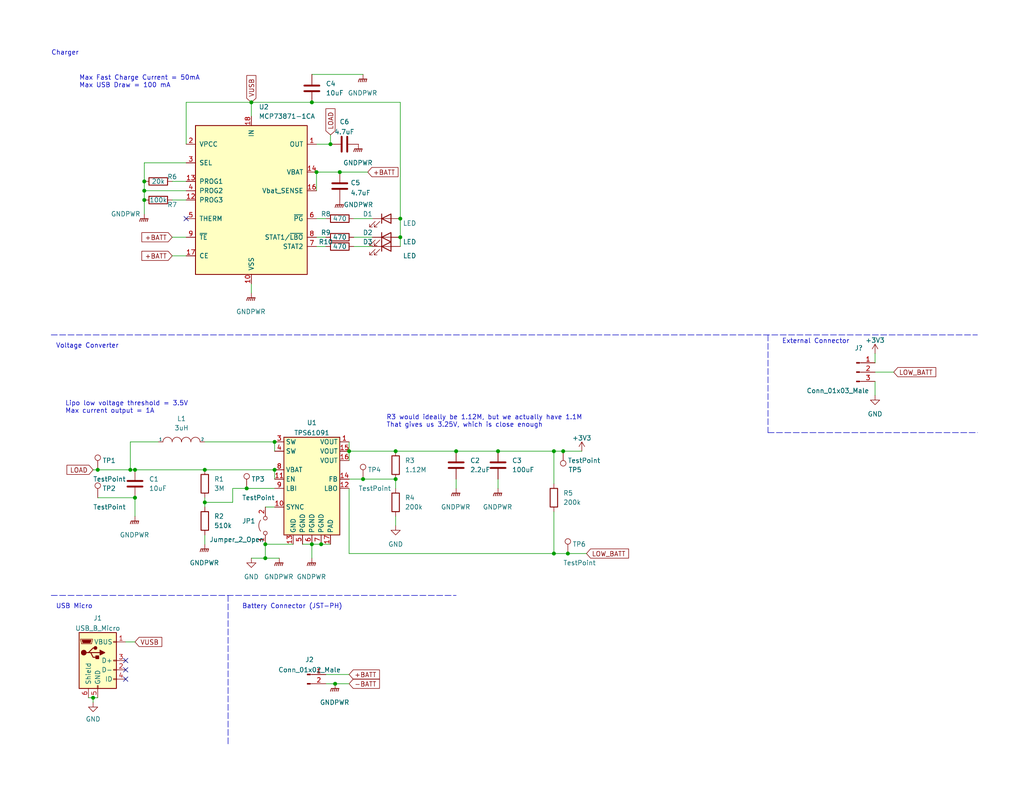
<source format=kicad_sch>
(kicad_sch (version 20211123) (generator eeschema)

  (uuid 9538e4ed-27e6-4c37-b989-9859dc0d49e8)

  (paper "USLetter")

  (title_block
    (rev "1")
    (comment 1 "Designed for OSH Park 2 Layer Prototype")
  )

  (lib_symbols
    (symbol "Battery_Management:MCP73871-1CA" (pin_names (offset 1.016)) (in_bom yes) (on_board yes)
      (property "Reference" "U" (id 0) (at -7.62 24.13 0)
        (effects (font (size 1.27 1.27)) (justify left))
      )
      (property "Value" "MCP73871-1CA" (id 1) (at -15.24 21.59 0)
        (effects (font (size 1.27 1.27)) (justify left))
      )
      (property "Footprint" "Package_DFN_QFN:QFN-20-1EP_4x4mm_P0.5mm_EP2.5x2.5mm" (id 2) (at 5.08 -22.86 0)
        (effects (font (size 1.27 1.27) italic) (justify left) hide)
      )
      (property "Datasheet" "http://www.mouser.com/ds/2/268/22090a-52174.pdf" (id 3) (at -3.81 13.97 0)
        (effects (font (size 1.27 1.27)) hide)
      )
      (property "ki_keywords" "battery charger lithium" (id 4) (at 0 0 0)
        (effects (font (size 1.27 1.27)) hide)
      )
      (property "ki_description" "Single cell, Li-Ion/Li-Po charge management controller, 4.10V, 6h safety timer" (id 5) (at 0 0 0)
        (effects (font (size 1.27 1.27)) hide)
      )
      (property "ki_fp_filters" "QFN*4x4mm*P0.5mm*" (id 6) (at 0 0 0)
        (effects (font (size 1.27 1.27)) hide)
      )
      (symbol "MCP73871-1CA_0_1"
        (rectangle (start -15.24 20.32) (end 15.24 -20.32)
          (stroke (width 0.254) (type default) (color 0 0 0 0))
          (fill (type background))
        )
      )
      (symbol "MCP73871-1CA_1_1"
        (pin power_out line (at 17.78 15.24 180) (length 2.54)
          (name "OUT" (effects (font (size 1.27 1.27))))
          (number "1" (effects (font (size 1.27 1.27))))
        )
        (pin power_in line (at 0 -22.86 90) (length 2.54)
          (name "VSS" (effects (font (size 1.27 1.27))))
          (number "10" (effects (font (size 1.27 1.27))))
        )
        (pin passive line (at 0 -22.86 90) (length 2.54) hide
          (name "VSS" (effects (font (size 1.27 1.27))))
          (number "11" (effects (font (size 1.27 1.27))))
        )
        (pin bidirectional line (at -17.78 0 0) (length 2.54)
          (name "PROG3" (effects (font (size 1.27 1.27))))
          (number "12" (effects (font (size 1.27 1.27))))
        )
        (pin bidirectional line (at -17.78 5.08 0) (length 2.54)
          (name "PROG1" (effects (font (size 1.27 1.27))))
          (number "13" (effects (font (size 1.27 1.27))))
        )
        (pin power_out line (at 17.78 7.62 180) (length 2.54)
          (name "VBAT" (effects (font (size 1.27 1.27))))
          (number "14" (effects (font (size 1.27 1.27))))
        )
        (pin passive line (at 17.78 7.62 180) (length 2.54) hide
          (name "VBAT" (effects (font (size 1.27 1.27))))
          (number "15" (effects (font (size 1.27 1.27))))
        )
        (pin input line (at 17.78 2.54 180) (length 2.54)
          (name "Vbat_SENSE" (effects (font (size 1.27 1.27))))
          (number "16" (effects (font (size 1.27 1.27))))
        )
        (pin input line (at -17.78 -15.24 0) (length 2.54)
          (name "CE" (effects (font (size 1.27 1.27))))
          (number "17" (effects (font (size 1.27 1.27))))
        )
        (pin power_in line (at 0 22.86 270) (length 2.54)
          (name "IN" (effects (font (size 1.27 1.27))))
          (number "18" (effects (font (size 1.27 1.27))))
        )
        (pin passive line (at 0 22.86 270) (length 2.54) hide
          (name "IN" (effects (font (size 1.27 1.27))))
          (number "19" (effects (font (size 1.27 1.27))))
        )
        (pin input line (at -17.78 15.24 0) (length 2.54)
          (name "VPCC" (effects (font (size 1.27 1.27))))
          (number "2" (effects (font (size 1.27 1.27))))
        )
        (pin passive line (at 17.78 15.24 180) (length 2.54) hide
          (name "OUT" (effects (font (size 1.27 1.27))))
          (number "20" (effects (font (size 1.27 1.27))))
        )
        (pin passive line (at 0 -22.86 90) (length 2.54) hide
          (name "VSS" (effects (font (size 1.27 1.27))))
          (number "21" (effects (font (size 1.27 1.27))))
        )
        (pin input line (at -17.78 10.16 0) (length 2.54)
          (name "SEL" (effects (font (size 1.27 1.27))))
          (number "3" (effects (font (size 1.27 1.27))))
        )
        (pin input line (at -17.78 2.54 0) (length 2.54)
          (name "PROG2" (effects (font (size 1.27 1.27))))
          (number "4" (effects (font (size 1.27 1.27))))
        )
        (pin bidirectional line (at -17.78 -5.08 0) (length 2.54)
          (name "THERM" (effects (font (size 1.27 1.27))))
          (number "5" (effects (font (size 1.27 1.27))))
        )
        (pin open_collector line (at 17.78 -5.08 180) (length 2.54)
          (name "~{PG}" (effects (font (size 1.27 1.27))))
          (number "6" (effects (font (size 1.27 1.27))))
        )
        (pin open_collector line (at 17.78 -12.7 180) (length 2.54)
          (name "STAT2" (effects (font (size 1.27 1.27))))
          (number "7" (effects (font (size 1.27 1.27))))
        )
        (pin open_collector line (at 17.78 -10.16 180) (length 2.54)
          (name "STAT1/~{LBO}" (effects (font (size 1.27 1.27))))
          (number "8" (effects (font (size 1.27 1.27))))
        )
        (pin input line (at -17.78 -10.16 0) (length 2.54)
          (name "~{TE}" (effects (font (size 1.27 1.27))))
          (number "9" (effects (font (size 1.27 1.27))))
        )
      )
    )
    (symbol "Connector:Conn_01x02_Male" (pin_names (offset 1.016) hide) (in_bom yes) (on_board yes)
      (property "Reference" "J" (id 0) (at 0 2.54 0)
        (effects (font (size 1.27 1.27)))
      )
      (property "Value" "Conn_01x02_Male" (id 1) (at 0 -5.08 0)
        (effects (font (size 1.27 1.27)))
      )
      (property "Footprint" "" (id 2) (at 0 0 0)
        (effects (font (size 1.27 1.27)) hide)
      )
      (property "Datasheet" "~" (id 3) (at 0 0 0)
        (effects (font (size 1.27 1.27)) hide)
      )
      (property "ki_keywords" "connector" (id 4) (at 0 0 0)
        (effects (font (size 1.27 1.27)) hide)
      )
      (property "ki_description" "Generic connector, single row, 01x02, script generated (kicad-library-utils/schlib/autogen/connector/)" (id 5) (at 0 0 0)
        (effects (font (size 1.27 1.27)) hide)
      )
      (property "ki_fp_filters" "Connector*:*_1x??_*" (id 6) (at 0 0 0)
        (effects (font (size 1.27 1.27)) hide)
      )
      (symbol "Conn_01x02_Male_1_1"
        (polyline
          (pts
            (xy 1.27 -2.54)
            (xy 0.8636 -2.54)
          )
          (stroke (width 0.1524) (type default) (color 0 0 0 0))
          (fill (type none))
        )
        (polyline
          (pts
            (xy 1.27 0)
            (xy 0.8636 0)
          )
          (stroke (width 0.1524) (type default) (color 0 0 0 0))
          (fill (type none))
        )
        (rectangle (start 0.8636 -2.413) (end 0 -2.667)
          (stroke (width 0.1524) (type default) (color 0 0 0 0))
          (fill (type outline))
        )
        (rectangle (start 0.8636 0.127) (end 0 -0.127)
          (stroke (width 0.1524) (type default) (color 0 0 0 0))
          (fill (type outline))
        )
        (pin passive line (at 5.08 0 180) (length 3.81)
          (name "Pin_1" (effects (font (size 1.27 1.27))))
          (number "1" (effects (font (size 1.27 1.27))))
        )
        (pin passive line (at 5.08 -2.54 180) (length 3.81)
          (name "Pin_2" (effects (font (size 1.27 1.27))))
          (number "2" (effects (font (size 1.27 1.27))))
        )
      )
    )
    (symbol "Connector:Conn_01x03_Male" (pin_names (offset 1.016) hide) (in_bom yes) (on_board yes)
      (property "Reference" "J" (id 0) (at 0 5.08 0)
        (effects (font (size 1.27 1.27)))
      )
      (property "Value" "Conn_01x03_Male" (id 1) (at 0 -5.08 0)
        (effects (font (size 1.27 1.27)))
      )
      (property "Footprint" "" (id 2) (at 0 0 0)
        (effects (font (size 1.27 1.27)) hide)
      )
      (property "Datasheet" "~" (id 3) (at 0 0 0)
        (effects (font (size 1.27 1.27)) hide)
      )
      (property "ki_keywords" "connector" (id 4) (at 0 0 0)
        (effects (font (size 1.27 1.27)) hide)
      )
      (property "ki_description" "Generic connector, single row, 01x03, script generated (kicad-library-utils/schlib/autogen/connector/)" (id 5) (at 0 0 0)
        (effects (font (size 1.27 1.27)) hide)
      )
      (property "ki_fp_filters" "Connector*:*_1x??_*" (id 6) (at 0 0 0)
        (effects (font (size 1.27 1.27)) hide)
      )
      (symbol "Conn_01x03_Male_1_1"
        (polyline
          (pts
            (xy 1.27 -2.54)
            (xy 0.8636 -2.54)
          )
          (stroke (width 0.1524) (type default) (color 0 0 0 0))
          (fill (type none))
        )
        (polyline
          (pts
            (xy 1.27 0)
            (xy 0.8636 0)
          )
          (stroke (width 0.1524) (type default) (color 0 0 0 0))
          (fill (type none))
        )
        (polyline
          (pts
            (xy 1.27 2.54)
            (xy 0.8636 2.54)
          )
          (stroke (width 0.1524) (type default) (color 0 0 0 0))
          (fill (type none))
        )
        (rectangle (start 0.8636 -2.413) (end 0 -2.667)
          (stroke (width 0.1524) (type default) (color 0 0 0 0))
          (fill (type outline))
        )
        (rectangle (start 0.8636 0.127) (end 0 -0.127)
          (stroke (width 0.1524) (type default) (color 0 0 0 0))
          (fill (type outline))
        )
        (rectangle (start 0.8636 2.667) (end 0 2.413)
          (stroke (width 0.1524) (type default) (color 0 0 0 0))
          (fill (type outline))
        )
        (pin passive line (at 5.08 2.54 180) (length 3.81)
          (name "Pin_1" (effects (font (size 1.27 1.27))))
          (number "1" (effects (font (size 1.27 1.27))))
        )
        (pin passive line (at 5.08 0 180) (length 3.81)
          (name "Pin_2" (effects (font (size 1.27 1.27))))
          (number "2" (effects (font (size 1.27 1.27))))
        )
        (pin passive line (at 5.08 -2.54 180) (length 3.81)
          (name "Pin_3" (effects (font (size 1.27 1.27))))
          (number "3" (effects (font (size 1.27 1.27))))
        )
      )
    )
    (symbol "Connector:TestPoint" (pin_numbers hide) (pin_names (offset 0.762) hide) (in_bom yes) (on_board yes)
      (property "Reference" "TP" (id 0) (at 0 6.858 0)
        (effects (font (size 1.27 1.27)))
      )
      (property "Value" "TestPoint" (id 1) (at 0 5.08 0)
        (effects (font (size 1.27 1.27)))
      )
      (property "Footprint" "" (id 2) (at 5.08 0 0)
        (effects (font (size 1.27 1.27)) hide)
      )
      (property "Datasheet" "~" (id 3) (at 5.08 0 0)
        (effects (font (size 1.27 1.27)) hide)
      )
      (property "ki_keywords" "test point tp" (id 4) (at 0 0 0)
        (effects (font (size 1.27 1.27)) hide)
      )
      (property "ki_description" "test point" (id 5) (at 0 0 0)
        (effects (font (size 1.27 1.27)) hide)
      )
      (property "ki_fp_filters" "Pin* Test*" (id 6) (at 0 0 0)
        (effects (font (size 1.27 1.27)) hide)
      )
      (symbol "TestPoint_0_1"
        (circle (center 0 3.302) (radius 0.762)
          (stroke (width 0) (type default) (color 0 0 0 0))
          (fill (type none))
        )
      )
      (symbol "TestPoint_1_1"
        (pin passive line (at 0 0 90) (length 2.54)
          (name "1" (effects (font (size 1.27 1.27))))
          (number "1" (effects (font (size 1.27 1.27))))
        )
      )
    )
    (symbol "Connector:USB_B_Micro" (pin_names (offset 1.016)) (in_bom yes) (on_board yes)
      (property "Reference" "J" (id 0) (at -5.08 11.43 0)
        (effects (font (size 1.27 1.27)) (justify left))
      )
      (property "Value" "USB_B_Micro" (id 1) (at -5.08 8.89 0)
        (effects (font (size 1.27 1.27)) (justify left))
      )
      (property "Footprint" "" (id 2) (at 3.81 -1.27 0)
        (effects (font (size 1.27 1.27)) hide)
      )
      (property "Datasheet" "~" (id 3) (at 3.81 -1.27 0)
        (effects (font (size 1.27 1.27)) hide)
      )
      (property "ki_keywords" "connector USB micro" (id 4) (at 0 0 0)
        (effects (font (size 1.27 1.27)) hide)
      )
      (property "ki_description" "USB Micro Type B connector" (id 5) (at 0 0 0)
        (effects (font (size 1.27 1.27)) hide)
      )
      (property "ki_fp_filters" "USB*" (id 6) (at 0 0 0)
        (effects (font (size 1.27 1.27)) hide)
      )
      (symbol "USB_B_Micro_0_1"
        (rectangle (start -5.08 -7.62) (end 5.08 7.62)
          (stroke (width 0.254) (type default) (color 0 0 0 0))
          (fill (type background))
        )
        (circle (center -3.81 2.159) (radius 0.635)
          (stroke (width 0.254) (type default) (color 0 0 0 0))
          (fill (type outline))
        )
        (circle (center -0.635 3.429) (radius 0.381)
          (stroke (width 0.254) (type default) (color 0 0 0 0))
          (fill (type outline))
        )
        (rectangle (start -0.127 -7.62) (end 0.127 -6.858)
          (stroke (width 0) (type default) (color 0 0 0 0))
          (fill (type none))
        )
        (polyline
          (pts
            (xy -1.905 2.159)
            (xy 0.635 2.159)
          )
          (stroke (width 0.254) (type default) (color 0 0 0 0))
          (fill (type none))
        )
        (polyline
          (pts
            (xy -3.175 2.159)
            (xy -2.54 2.159)
            (xy -1.27 3.429)
            (xy -0.635 3.429)
          )
          (stroke (width 0.254) (type default) (color 0 0 0 0))
          (fill (type none))
        )
        (polyline
          (pts
            (xy -2.54 2.159)
            (xy -1.905 2.159)
            (xy -1.27 0.889)
            (xy 0 0.889)
          )
          (stroke (width 0.254) (type default) (color 0 0 0 0))
          (fill (type none))
        )
        (polyline
          (pts
            (xy 0.635 2.794)
            (xy 0.635 1.524)
            (xy 1.905 2.159)
            (xy 0.635 2.794)
          )
          (stroke (width 0.254) (type default) (color 0 0 0 0))
          (fill (type outline))
        )
        (polyline
          (pts
            (xy -4.318 5.588)
            (xy -1.778 5.588)
            (xy -2.032 4.826)
            (xy -4.064 4.826)
            (xy -4.318 5.588)
          )
          (stroke (width 0) (type default) (color 0 0 0 0))
          (fill (type outline))
        )
        (polyline
          (pts
            (xy -4.699 5.842)
            (xy -4.699 5.588)
            (xy -4.445 4.826)
            (xy -4.445 4.572)
            (xy -1.651 4.572)
            (xy -1.651 4.826)
            (xy -1.397 5.588)
            (xy -1.397 5.842)
            (xy -4.699 5.842)
          )
          (stroke (width 0) (type default) (color 0 0 0 0))
          (fill (type none))
        )
        (rectangle (start 0.254 1.27) (end -0.508 0.508)
          (stroke (width 0.254) (type default) (color 0 0 0 0))
          (fill (type outline))
        )
        (rectangle (start 5.08 -5.207) (end 4.318 -4.953)
          (stroke (width 0) (type default) (color 0 0 0 0))
          (fill (type none))
        )
        (rectangle (start 5.08 -2.667) (end 4.318 -2.413)
          (stroke (width 0) (type default) (color 0 0 0 0))
          (fill (type none))
        )
        (rectangle (start 5.08 -0.127) (end 4.318 0.127)
          (stroke (width 0) (type default) (color 0 0 0 0))
          (fill (type none))
        )
        (rectangle (start 5.08 4.953) (end 4.318 5.207)
          (stroke (width 0) (type default) (color 0 0 0 0))
          (fill (type none))
        )
      )
      (symbol "USB_B_Micro_1_1"
        (pin power_out line (at 7.62 5.08 180) (length 2.54)
          (name "VBUS" (effects (font (size 1.27 1.27))))
          (number "1" (effects (font (size 1.27 1.27))))
        )
        (pin bidirectional line (at 7.62 -2.54 180) (length 2.54)
          (name "D-" (effects (font (size 1.27 1.27))))
          (number "2" (effects (font (size 1.27 1.27))))
        )
        (pin bidirectional line (at 7.62 0 180) (length 2.54)
          (name "D+" (effects (font (size 1.27 1.27))))
          (number "3" (effects (font (size 1.27 1.27))))
        )
        (pin passive line (at 7.62 -5.08 180) (length 2.54)
          (name "ID" (effects (font (size 1.27 1.27))))
          (number "4" (effects (font (size 1.27 1.27))))
        )
        (pin power_out line (at 0 -10.16 90) (length 2.54)
          (name "GND" (effects (font (size 1.27 1.27))))
          (number "5" (effects (font (size 1.27 1.27))))
        )
        (pin passive line (at -2.54 -10.16 90) (length 2.54)
          (name "Shield" (effects (font (size 1.27 1.27))))
          (number "6" (effects (font (size 1.27 1.27))))
        )
      )
    )
    (symbol "Device:C" (pin_numbers hide) (pin_names (offset 0.254)) (in_bom yes) (on_board yes)
      (property "Reference" "C" (id 0) (at 0.635 2.54 0)
        (effects (font (size 1.27 1.27)) (justify left))
      )
      (property "Value" "C" (id 1) (at 0.635 -2.54 0)
        (effects (font (size 1.27 1.27)) (justify left))
      )
      (property "Footprint" "" (id 2) (at 0.9652 -3.81 0)
        (effects (font (size 1.27 1.27)) hide)
      )
      (property "Datasheet" "~" (id 3) (at 0 0 0)
        (effects (font (size 1.27 1.27)) hide)
      )
      (property "ki_keywords" "cap capacitor" (id 4) (at 0 0 0)
        (effects (font (size 1.27 1.27)) hide)
      )
      (property "ki_description" "Unpolarized capacitor" (id 5) (at 0 0 0)
        (effects (font (size 1.27 1.27)) hide)
      )
      (property "ki_fp_filters" "C_*" (id 6) (at 0 0 0)
        (effects (font (size 1.27 1.27)) hide)
      )
      (symbol "C_0_1"
        (polyline
          (pts
            (xy -2.032 -0.762)
            (xy 2.032 -0.762)
          )
          (stroke (width 0.508) (type default) (color 0 0 0 0))
          (fill (type none))
        )
        (polyline
          (pts
            (xy -2.032 0.762)
            (xy 2.032 0.762)
          )
          (stroke (width 0.508) (type default) (color 0 0 0 0))
          (fill (type none))
        )
      )
      (symbol "C_1_1"
        (pin passive line (at 0 3.81 270) (length 2.794)
          (name "~" (effects (font (size 1.27 1.27))))
          (number "1" (effects (font (size 1.27 1.27))))
        )
        (pin passive line (at 0 -3.81 90) (length 2.794)
          (name "~" (effects (font (size 1.27 1.27))))
          (number "2" (effects (font (size 1.27 1.27))))
        )
      )
    )
    (symbol "Device:LED" (pin_numbers hide) (pin_names (offset 1.016) hide) (in_bom yes) (on_board yes)
      (property "Reference" "D" (id 0) (at 0 2.54 0)
        (effects (font (size 1.27 1.27)))
      )
      (property "Value" "LED" (id 1) (at 0 -2.54 0)
        (effects (font (size 1.27 1.27)))
      )
      (property "Footprint" "" (id 2) (at 0 0 0)
        (effects (font (size 1.27 1.27)) hide)
      )
      (property "Datasheet" "~" (id 3) (at 0 0 0)
        (effects (font (size 1.27 1.27)) hide)
      )
      (property "ki_keywords" "LED diode" (id 4) (at 0 0 0)
        (effects (font (size 1.27 1.27)) hide)
      )
      (property "ki_description" "Light emitting diode" (id 5) (at 0 0 0)
        (effects (font (size 1.27 1.27)) hide)
      )
      (property "ki_fp_filters" "LED* LED_SMD:* LED_THT:*" (id 6) (at 0 0 0)
        (effects (font (size 1.27 1.27)) hide)
      )
      (symbol "LED_0_1"
        (polyline
          (pts
            (xy -1.27 -1.27)
            (xy -1.27 1.27)
          )
          (stroke (width 0.254) (type default) (color 0 0 0 0))
          (fill (type none))
        )
        (polyline
          (pts
            (xy -1.27 0)
            (xy 1.27 0)
          )
          (stroke (width 0) (type default) (color 0 0 0 0))
          (fill (type none))
        )
        (polyline
          (pts
            (xy 1.27 -1.27)
            (xy 1.27 1.27)
            (xy -1.27 0)
            (xy 1.27 -1.27)
          )
          (stroke (width 0.254) (type default) (color 0 0 0 0))
          (fill (type none))
        )
        (polyline
          (pts
            (xy -3.048 -0.762)
            (xy -4.572 -2.286)
            (xy -3.81 -2.286)
            (xy -4.572 -2.286)
            (xy -4.572 -1.524)
          )
          (stroke (width 0) (type default) (color 0 0 0 0))
          (fill (type none))
        )
        (polyline
          (pts
            (xy -1.778 -0.762)
            (xy -3.302 -2.286)
            (xy -2.54 -2.286)
            (xy -3.302 -2.286)
            (xy -3.302 -1.524)
          )
          (stroke (width 0) (type default) (color 0 0 0 0))
          (fill (type none))
        )
      )
      (symbol "LED_1_1"
        (pin passive line (at -3.81 0 0) (length 2.54)
          (name "K" (effects (font (size 1.27 1.27))))
          (number "1" (effects (font (size 1.27 1.27))))
        )
        (pin passive line (at 3.81 0 180) (length 2.54)
          (name "A" (effects (font (size 1.27 1.27))))
          (number "2" (effects (font (size 1.27 1.27))))
        )
      )
    )
    (symbol "Device:R" (pin_numbers hide) (pin_names (offset 0)) (in_bom yes) (on_board yes)
      (property "Reference" "R" (id 0) (at 2.032 0 90)
        (effects (font (size 1.27 1.27)))
      )
      (property "Value" "R" (id 1) (at 0 0 90)
        (effects (font (size 1.27 1.27)))
      )
      (property "Footprint" "" (id 2) (at -1.778 0 90)
        (effects (font (size 1.27 1.27)) hide)
      )
      (property "Datasheet" "~" (id 3) (at 0 0 0)
        (effects (font (size 1.27 1.27)) hide)
      )
      (property "ki_keywords" "R res resistor" (id 4) (at 0 0 0)
        (effects (font (size 1.27 1.27)) hide)
      )
      (property "ki_description" "Resistor" (id 5) (at 0 0 0)
        (effects (font (size 1.27 1.27)) hide)
      )
      (property "ki_fp_filters" "R_*" (id 6) (at 0 0 0)
        (effects (font (size 1.27 1.27)) hide)
      )
      (symbol "R_0_1"
        (rectangle (start -1.016 -2.54) (end 1.016 2.54)
          (stroke (width 0.254) (type default) (color 0 0 0 0))
          (fill (type none))
        )
      )
      (symbol "R_1_1"
        (pin passive line (at 0 3.81 270) (length 1.27)
          (name "~" (effects (font (size 1.27 1.27))))
          (number "1" (effects (font (size 1.27 1.27))))
        )
        (pin passive line (at 0 -3.81 90) (length 1.27)
          (name "~" (effects (font (size 1.27 1.27))))
          (number "2" (effects (font (size 1.27 1.27))))
        )
      )
    )
    (symbol "Jumper:Jumper_2_Open" (pin_names (offset 0) hide) (in_bom yes) (on_board yes)
      (property "Reference" "JP" (id 0) (at 0 2.794 0)
        (effects (font (size 1.27 1.27)))
      )
      (property "Value" "Jumper_2_Open" (id 1) (at 0 -2.286 0)
        (effects (font (size 1.27 1.27)))
      )
      (property "Footprint" "" (id 2) (at 0 0 0)
        (effects (font (size 1.27 1.27)) hide)
      )
      (property "Datasheet" "~" (id 3) (at 0 0 0)
        (effects (font (size 1.27 1.27)) hide)
      )
      (property "ki_keywords" "Jumper SPST" (id 4) (at 0 0 0)
        (effects (font (size 1.27 1.27)) hide)
      )
      (property "ki_description" "Jumper, 2-pole, open" (id 5) (at 0 0 0)
        (effects (font (size 1.27 1.27)) hide)
      )
      (property "ki_fp_filters" "Jumper* TestPoint*2Pads* TestPoint*Bridge*" (id 6) (at 0 0 0)
        (effects (font (size 1.27 1.27)) hide)
      )
      (symbol "Jumper_2_Open_0_0"
        (circle (center -2.032 0) (radius 0.508)
          (stroke (width 0) (type default) (color 0 0 0 0))
          (fill (type none))
        )
        (circle (center 2.032 0) (radius 0.508)
          (stroke (width 0) (type default) (color 0 0 0 0))
          (fill (type none))
        )
      )
      (symbol "Jumper_2_Open_0_1"
        (arc (start 1.524 1.27) (mid 0 1.778) (end -1.524 1.27)
          (stroke (width 0) (type default) (color 0 0 0 0))
          (fill (type none))
        )
      )
      (symbol "Jumper_2_Open_1_1"
        (pin passive line (at -5.08 0 0) (length 2.54)
          (name "A" (effects (font (size 1.27 1.27))))
          (number "1" (effects (font (size 1.27 1.27))))
        )
        (pin passive line (at 5.08 0 180) (length 2.54)
          (name "B" (effects (font (size 1.27 1.27))))
          (number "2" (effects (font (size 1.27 1.27))))
        )
      )
    )
    (symbol "Regulator_Switching:TPS61091" (in_bom yes) (on_board yes)
      (property "Reference" "U" (id 0) (at -7.62 15.24 0)
        (effects (font (size 1.27 1.27)) (justify left))
      )
      (property "Value" "TPS61091" (id 1) (at 1.27 15.24 0)
        (effects (font (size 1.27 1.27)) (justify left))
      )
      (property "Footprint" "Package_DFN_QFN:Texas_S-PVQFN-N16_EP2.7x2.7mm_ThermalVias" (id 2) (at -24.13 -26.67 0)
        (effects (font (size 1.27 1.27)) (justify left) hide)
      )
      (property "Datasheet" "http://www.ti.com/lit/ds/symlink/tps61090.pdf" (id 3) (at 3.81 -29.21 0)
        (effects (font (size 1.27 1.27)) (justify left) hide)
      )
      (property "ki_keywords" "Fixed 3.3V 2A battery boost converter" (id 4) (at 0 0 0)
        (effects (font (size 1.27 1.27)) hide)
      )
      (property "ki_description" "2A Step-Up DC-DC Converter for Batteries, Isw up to 2500mA, 3.3V Output Voltage, QFN-16" (id 5) (at 0 0 0)
        (effects (font (size 1.27 1.27)) hide)
      )
      (property "ki_fp_filters" "Texas*S?PVQFN?N*" (id 6) (at 0 0 0)
        (effects (font (size 1.27 1.27)) hide)
      )
      (symbol "TPS61091_0_0"
        (pin power_out line (at 10.16 12.7 180) (length 2.54)
          (name "VOUT" (effects (font (size 1.27 1.27))))
          (number "1" (effects (font (size 1.27 1.27))))
        )
        (pin input line (at -10.16 -5.08 0) (length 2.54)
          (name "SYNC" (effects (font (size 1.27 1.27))))
          (number "10" (effects (font (size 1.27 1.27))))
        )
        (pin input line (at -10.16 2.54 0) (length 2.54)
          (name "EN" (effects (font (size 1.27 1.27))))
          (number "11" (effects (font (size 1.27 1.27))))
        )
        (pin open_collector line (at 10.16 0 180) (length 2.54)
          (name "LBO" (effects (font (size 1.27 1.27))))
          (number "12" (effects (font (size 1.27 1.27))))
        )
        (pin power_in line (at -5.08 -15.24 90) (length 2.54)
          (name "GND" (effects (font (size 1.27 1.27))))
          (number "13" (effects (font (size 1.27 1.27))))
        )
        (pin input line (at 10.16 2.54 180) (length 2.54)
          (name "FB" (effects (font (size 1.27 1.27))))
          (number "14" (effects (font (size 1.27 1.27))))
        )
        (pin passive line (at 10.16 10.16 180) (length 2.54)
          (name "VOUT" (effects (font (size 1.27 1.27))))
          (number "15" (effects (font (size 1.27 1.27))))
        )
        (pin passive line (at 10.16 7.62 180) (length 2.54)
          (name "VOUT" (effects (font (size 1.27 1.27))))
          (number "16" (effects (font (size 1.27 1.27))))
        )
        (pin power_in line (at 5.08 -15.24 90) (length 2.54)
          (name "PAD" (effects (font (size 1.27 1.27))))
          (number "17" (effects (font (size 1.27 1.27))))
        )
        (pin no_connect line (at 10.16 -5.08 180) (length 2.54) hide
          (name "NC" (effects (font (size 1.27 1.27))))
          (number "2" (effects (font (size 1.27 1.27))))
        )
        (pin passive line (at -10.16 12.7 0) (length 2.54)
          (name "SW" (effects (font (size 1.27 1.27))))
          (number "3" (effects (font (size 1.27 1.27))))
        )
        (pin passive line (at -10.16 10.16 0) (length 2.54)
          (name "SW" (effects (font (size 1.27 1.27))))
          (number "4" (effects (font (size 1.27 1.27))))
        )
        (pin power_in line (at -2.54 -15.24 90) (length 2.54)
          (name "PGND" (effects (font (size 1.27 1.27))))
          (number "5" (effects (font (size 1.27 1.27))))
        )
        (pin power_in line (at 0 -15.24 90) (length 2.54)
          (name "PGND" (effects (font (size 1.27 1.27))))
          (number "6" (effects (font (size 1.27 1.27))))
        )
        (pin power_in line (at 2.54 -15.24 90) (length 2.54)
          (name "PGND" (effects (font (size 1.27 1.27))))
          (number "7" (effects (font (size 1.27 1.27))))
        )
        (pin power_in line (at -10.16 5.08 0) (length 2.54)
          (name "VBAT" (effects (font (size 1.27 1.27))))
          (number "8" (effects (font (size 1.27 1.27))))
        )
        (pin input line (at -10.16 0 0) (length 2.54)
          (name "LBI" (effects (font (size 1.27 1.27))))
          (number "9" (effects (font (size 1.27 1.27))))
        )
      )
      (symbol "TPS61091_0_1"
        (rectangle (start -7.62 13.97) (end 7.62 -12.7)
          (stroke (width 0.254) (type default) (color 0 0 0 0))
          (fill (type background))
        )
      )
    )
    (symbol "power:+3.3V" (power) (pin_names (offset 0)) (in_bom yes) (on_board yes)
      (property "Reference" "#PWR" (id 0) (at 0 -3.81 0)
        (effects (font (size 1.27 1.27)) hide)
      )
      (property "Value" "+3.3V" (id 1) (at 0 3.556 0)
        (effects (font (size 1.27 1.27)))
      )
      (property "Footprint" "" (id 2) (at 0 0 0)
        (effects (font (size 1.27 1.27)) hide)
      )
      (property "Datasheet" "" (id 3) (at 0 0 0)
        (effects (font (size 1.27 1.27)) hide)
      )
      (property "ki_keywords" "power-flag" (id 4) (at 0 0 0)
        (effects (font (size 1.27 1.27)) hide)
      )
      (property "ki_description" "Power symbol creates a global label with name \"+3.3V\"" (id 5) (at 0 0 0)
        (effects (font (size 1.27 1.27)) hide)
      )
      (symbol "+3.3V_0_1"
        (polyline
          (pts
            (xy -0.762 1.27)
            (xy 0 2.54)
          )
          (stroke (width 0) (type default) (color 0 0 0 0))
          (fill (type none))
        )
        (polyline
          (pts
            (xy 0 0)
            (xy 0 2.54)
          )
          (stroke (width 0) (type default) (color 0 0 0 0))
          (fill (type none))
        )
        (polyline
          (pts
            (xy 0 2.54)
            (xy 0.762 1.27)
          )
          (stroke (width 0) (type default) (color 0 0 0 0))
          (fill (type none))
        )
      )
      (symbol "+3.3V_1_1"
        (pin power_in line (at 0 0 90) (length 0) hide
          (name "+3V3" (effects (font (size 1.27 1.27))))
          (number "1" (effects (font (size 1.27 1.27))))
        )
      )
    )
    (symbol "power:GND" (power) (pin_names (offset 0)) (in_bom yes) (on_board yes)
      (property "Reference" "#PWR" (id 0) (at 0 -6.35 0)
        (effects (font (size 1.27 1.27)) hide)
      )
      (property "Value" "GND" (id 1) (at 0 -3.81 0)
        (effects (font (size 1.27 1.27)))
      )
      (property "Footprint" "" (id 2) (at 0 0 0)
        (effects (font (size 1.27 1.27)) hide)
      )
      (property "Datasheet" "" (id 3) (at 0 0 0)
        (effects (font (size 1.27 1.27)) hide)
      )
      (property "ki_keywords" "power-flag" (id 4) (at 0 0 0)
        (effects (font (size 1.27 1.27)) hide)
      )
      (property "ki_description" "Power symbol creates a global label with name \"GND\" , ground" (id 5) (at 0 0 0)
        (effects (font (size 1.27 1.27)) hide)
      )
      (symbol "GND_0_1"
        (polyline
          (pts
            (xy 0 0)
            (xy 0 -1.27)
            (xy 1.27 -1.27)
            (xy 0 -2.54)
            (xy -1.27 -1.27)
            (xy 0 -1.27)
          )
          (stroke (width 0) (type default) (color 0 0 0 0))
          (fill (type none))
        )
      )
      (symbol "GND_1_1"
        (pin power_in line (at 0 0 270) (length 0) hide
          (name "GND" (effects (font (size 1.27 1.27))))
          (number "1" (effects (font (size 1.27 1.27))))
        )
      )
    )
    (symbol "power:GNDPWR" (power) (pin_names (offset 0)) (in_bom yes) (on_board yes)
      (property "Reference" "#PWR" (id 0) (at 0 -5.08 0)
        (effects (font (size 1.27 1.27)) hide)
      )
      (property "Value" "GNDPWR" (id 1) (at 0 -3.302 0)
        (effects (font (size 1.27 1.27)))
      )
      (property "Footprint" "" (id 2) (at 0 -1.27 0)
        (effects (font (size 1.27 1.27)) hide)
      )
      (property "Datasheet" "" (id 3) (at 0 -1.27 0)
        (effects (font (size 1.27 1.27)) hide)
      )
      (property "ki_keywords" "power-flag" (id 4) (at 0 0 0)
        (effects (font (size 1.27 1.27)) hide)
      )
      (property "ki_description" "Power symbol creates a global label with name \"GNDPWR\" , power ground" (id 5) (at 0 0 0)
        (effects (font (size 1.27 1.27)) hide)
      )
      (symbol "GNDPWR_0_1"
        (polyline
          (pts
            (xy 0 -1.27)
            (xy 0 0)
          )
          (stroke (width 0) (type default) (color 0 0 0 0))
          (fill (type none))
        )
        (polyline
          (pts
            (xy -1.016 -1.27)
            (xy -1.27 -2.032)
            (xy -1.27 -2.032)
          )
          (stroke (width 0.2032) (type default) (color 0 0 0 0))
          (fill (type none))
        )
        (polyline
          (pts
            (xy -0.508 -1.27)
            (xy -0.762 -2.032)
            (xy -0.762 -2.032)
          )
          (stroke (width 0.2032) (type default) (color 0 0 0 0))
          (fill (type none))
        )
        (polyline
          (pts
            (xy 0 -1.27)
            (xy -0.254 -2.032)
            (xy -0.254 -2.032)
          )
          (stroke (width 0.2032) (type default) (color 0 0 0 0))
          (fill (type none))
        )
        (polyline
          (pts
            (xy 0.508 -1.27)
            (xy 0.254 -2.032)
            (xy 0.254 -2.032)
          )
          (stroke (width 0.2032) (type default) (color 0 0 0 0))
          (fill (type none))
        )
        (polyline
          (pts
            (xy 1.016 -1.27)
            (xy -1.016 -1.27)
            (xy -1.016 -1.27)
          )
          (stroke (width 0.2032) (type default) (color 0 0 0 0))
          (fill (type none))
        )
        (polyline
          (pts
            (xy 1.016 -1.27)
            (xy 0.762 -2.032)
            (xy 0.762 -2.032)
            (xy 0.762 -2.032)
          )
          (stroke (width 0.2032) (type default) (color 0 0 0 0))
          (fill (type none))
        )
      )
      (symbol "GNDPWR_1_1"
        (pin power_in line (at 0 0 270) (length 0) hide
          (name "GNDPWR" (effects (font (size 1.27 1.27))))
          (number "1" (effects (font (size 1.27 1.27))))
        )
      )
    )
    (symbol "pspice:INDUCTOR" (pin_numbers hide) (pin_names (offset 0)) (in_bom yes) (on_board yes)
      (property "Reference" "L" (id 0) (at 0 2.54 0)
        (effects (font (size 1.27 1.27)))
      )
      (property "Value" "INDUCTOR" (id 1) (at 0 -1.27 0)
        (effects (font (size 1.27 1.27)))
      )
      (property "Footprint" "" (id 2) (at 0 0 0)
        (effects (font (size 1.27 1.27)) hide)
      )
      (property "Datasheet" "~" (id 3) (at 0 0 0)
        (effects (font (size 1.27 1.27)) hide)
      )
      (property "ki_keywords" "simulation" (id 4) (at 0 0 0)
        (effects (font (size 1.27 1.27)) hide)
      )
      (property "ki_description" "Inductor symbol for simulation only" (id 5) (at 0 0 0)
        (effects (font (size 1.27 1.27)) hide)
      )
      (symbol "INDUCTOR_0_1"
        (arc (start -2.54 0) (mid -3.81 1.27) (end -5.08 0)
          (stroke (width 0) (type default) (color 0 0 0 0))
          (fill (type none))
        )
        (arc (start 0 0) (mid -1.27 1.27) (end -2.54 0)
          (stroke (width 0) (type default) (color 0 0 0 0))
          (fill (type none))
        )
        (arc (start 2.54 0) (mid 1.27 1.27) (end 0 0)
          (stroke (width 0) (type default) (color 0 0 0 0))
          (fill (type none))
        )
        (arc (start 5.08 0) (mid 3.81 1.27) (end 2.54 0)
          (stroke (width 0) (type default) (color 0 0 0 0))
          (fill (type none))
        )
      )
      (symbol "INDUCTOR_1_1"
        (pin input line (at -6.35 0 0) (length 1.27)
          (name "1" (effects (font (size 0.762 0.762))))
          (number "1" (effects (font (size 0.762 0.762))))
        )
        (pin input line (at 6.35 0 180) (length 1.27)
          (name "2" (effects (font (size 0.762 0.762))))
          (number "2" (effects (font (size 0.762 0.762))))
        )
      )
    )
  )

  (junction (at 109.22 64.77) (diameter 0) (color 0 0 0 0)
    (uuid 2303220f-4c12-4772-b4f9-0ec722b14c4e)
  )
  (junction (at 39.37 52.07) (diameter 0) (color 0 0 0 0)
    (uuid 2ee007ea-f3a8-4c58-80de-de38684b647c)
  )
  (junction (at 90.17 39.37) (diameter 0) (color 0 0 0 0)
    (uuid 2f0ad899-9caf-438e-9444-a5a916d9b5df)
  )
  (junction (at 67.31 133.35) (diameter 0) (color 0 0 0 0)
    (uuid 3347491f-89a8-4938-9d51-d25b6255d1e7)
  )
  (junction (at 85.09 27.94) (diameter 0) (color 0 0 0 0)
    (uuid 4452b317-8a85-4301-ac55-0aa047c83f83)
  )
  (junction (at 74.93 120.65) (diameter 0) (color 0 0 0 0)
    (uuid 468f2fcd-4cec-408c-9fcc-64091ac34c3b)
  )
  (junction (at 72.39 152.4) (diameter 0) (color 0 0 0 0)
    (uuid 4aeadc78-363b-4426-aac8-04d3ad1ba0f4)
  )
  (junction (at 107.95 123.19) (diameter 0) (color 0 0 0 0)
    (uuid 4ef5d5f8-03c1-42e7-bda1-72b1babad5e9)
  )
  (junction (at 107.95 130.81) (diameter 0) (color 0 0 0 0)
    (uuid 5c552686-cb8e-4496-bae0-a30d877ca751)
  )
  (junction (at 36.83 135.89) (diameter 0) (color 0 0 0 0)
    (uuid 63afd6d0-4490-4114-aefb-b4a63008d921)
  )
  (junction (at 55.88 137.16) (diameter 0) (color 0 0 0 0)
    (uuid 648a3abb-cc49-438c-8e79-58ea5e47396c)
  )
  (junction (at 151.13 123.19) (diameter 0) (color 0 0 0 0)
    (uuid 6f30dddf-88ea-4d9e-b341-5cc57bff0c56)
  )
  (junction (at 68.58 27.94) (diameter 0) (color 0 0 0 0)
    (uuid 6f96d010-84f6-48f0-9c01-faeb8dfc369d)
  )
  (junction (at 99.06 130.81) (diameter 0) (color 0 0 0 0)
    (uuid 6fa6f021-7d9e-4df7-bb55-385a7929636f)
  )
  (junction (at 124.46 123.19) (diameter 0) (color 0 0 0 0)
    (uuid 704cb462-44aa-428d-8e4d-f2beaacbfd26)
  )
  (junction (at 95.25 123.19) (diameter 0) (color 0 0 0 0)
    (uuid 7369ce19-3a7e-44ed-93dc-675b7b8e3487)
  )
  (junction (at 35.56 128.27) (diameter 0) (color 0 0 0 0)
    (uuid 7d76f8b8-753a-4b79-938e-d387aaaf026f)
  )
  (junction (at 87.63 148.59) (diameter 0) (color 0 0 0 0)
    (uuid 95ce4622-6a4c-4cc3-af45-b0d0f50bc85b)
  )
  (junction (at 135.89 123.19) (diameter 0) (color 0 0 0 0)
    (uuid 96eac7b6-6851-4c27-a12a-ed5f5f5034be)
  )
  (junction (at 92.71 46.99) (diameter 0) (color 0 0 0 0)
    (uuid 9a0698c3-69d4-43ec-9e25-8494a89d81e5)
  )
  (junction (at 55.88 128.27) (diameter 0) (color 0 0 0 0)
    (uuid a9518f21-6539-40da-9e16-a41199a4d283)
  )
  (junction (at 91.44 186.69) (diameter 0) (color 0 0 0 0)
    (uuid ac206c06-63c6-45fa-94c5-d569352759be)
  )
  (junction (at 154.94 151.13) (diameter 0) (color 0 0 0 0)
    (uuid af02d616-3b1a-4004-8658-9ff85e302044)
  )
  (junction (at 85.09 148.59) (diameter 0) (color 0 0 0 0)
    (uuid c5b81f5f-fea8-4f73-94f0-99d3ad889487)
  )
  (junction (at 151.13 151.13) (diameter 0) (color 0 0 0 0)
    (uuid ce88f556-d2f4-44e3-b061-08b420e8ce77)
  )
  (junction (at 109.22 59.69) (diameter 0) (color 0 0 0 0)
    (uuid d450f125-6eb5-42d5-a95b-82abf23ec489)
  )
  (junction (at 86.36 46.99) (diameter 0) (color 0 0 0 0)
    (uuid d76deef1-176c-4131-8697-749f3fc22438)
  )
  (junction (at 39.37 54.61) (diameter 0) (color 0 0 0 0)
    (uuid d7bfa99b-8b51-42ed-874f-9cb53412adf7)
  )
  (junction (at 39.37 49.53) (diameter 0) (color 0 0 0 0)
    (uuid e1520053-c9f1-4c97-ac96-93b02c675f94)
  )
  (junction (at 74.93 128.27) (diameter 0) (color 0 0 0 0)
    (uuid e37e2b2d-2878-43b3-b189-3c89365cfc04)
  )
  (junction (at 26.67 128.27) (diameter 0) (color 0 0 0 0)
    (uuid e386b0dd-612e-4db4-ac9a-0c3f258e9409)
  )
  (junction (at 36.83 128.27) (diameter 0) (color 0 0 0 0)
    (uuid ed74a157-f07d-46ac-9b34-eb600724737e)
  )
  (junction (at 153.67 123.19) (diameter 0) (color 0 0 0 0)
    (uuid f8b633a0-7371-4c63-b478-d30df5d8e530)
  )
  (junction (at 25.4 190.5) (diameter 0) (color 0 0 0 0)
    (uuid f95ea73a-b565-4d36-8e2d-620e79900f9d)
  )
  (junction (at 72.39 148.59) (diameter 0) (color 0 0 0 0)
    (uuid fc39f7bc-af42-478e-8bf3-a74a390ca649)
  )

  (no_connect (at 34.29 185.42) (uuid 0162a9cd-3d4a-4c1c-9b2a-02a5b085915c))
  (no_connect (at 50.8 59.69) (uuid b93ce786-18f6-4671-9253-423f485ed24f))
  (no_connect (at 34.29 180.34) (uuid ec4e742b-5729-4ee8-90a2-44c07ddd74e3))
  (no_connect (at 34.29 182.88) (uuid ec4e742b-5729-4ee8-90a2-44c07ddd74e4))

  (wire (pts (xy 86.36 67.31) (xy 88.9 67.31))
    (stroke (width 0) (type default) (color 0 0 0 0))
    (uuid 00a17046-449d-4136-a028-b8da5e2850de)
  )
  (wire (pts (xy 82.55 148.59) (xy 85.09 148.59))
    (stroke (width 0) (type default) (color 0 0 0 0))
    (uuid 02d5d4ec-68a1-4611-811f-cf5e0c49e712)
  )
  (wire (pts (xy 86.36 59.69) (xy 88.9 59.69))
    (stroke (width 0) (type default) (color 0 0 0 0))
    (uuid 0c00e1d8-30c5-4e64-8130-fae35ee0a923)
  )
  (wire (pts (xy 109.22 64.77) (xy 109.22 67.31))
    (stroke (width 0) (type default) (color 0 0 0 0))
    (uuid 0c7d009d-b5f9-4635-bd2c-35a138b84ae2)
  )
  (wire (pts (xy 238.76 96.52) (xy 238.76 99.06))
    (stroke (width 0) (type default) (color 0 0 0 0))
    (uuid 0c9763ed-7173-4f8a-b6de-593925280243)
  )
  (wire (pts (xy 80.01 148.59) (xy 72.39 148.59))
    (stroke (width 0) (type default) (color 0 0 0 0))
    (uuid 0dfa51b2-daf3-4f79-bed4-c1ad4472f5a7)
  )
  (wire (pts (xy 124.46 130.81) (xy 124.46 133.35))
    (stroke (width 0) (type default) (color 0 0 0 0))
    (uuid 108735b3-2edd-421b-985a-495b602c3e49)
  )
  (wire (pts (xy 85.09 148.59) (xy 87.63 148.59))
    (stroke (width 0) (type default) (color 0 0 0 0))
    (uuid 124e6937-e1cb-408a-8bfc-63dec95ff744)
  )
  (wire (pts (xy 91.44 186.69) (xy 95.25 186.69))
    (stroke (width 0) (type default) (color 0 0 0 0))
    (uuid 13c0e52a-9801-453f-8a0c-e5f22a25d7fe)
  )
  (wire (pts (xy 36.83 128.27) (xy 55.88 128.27))
    (stroke (width 0) (type default) (color 0 0 0 0))
    (uuid 1415aa60-0a9c-47c0-9437-a20f56b76b95)
  )
  (wire (pts (xy 95.25 151.13) (xy 151.13 151.13))
    (stroke (width 0) (type default) (color 0 0 0 0))
    (uuid 141ccf99-7a70-44e5-ac7c-89f1a2d4244b)
  )
  (wire (pts (xy 95.25 133.35) (xy 95.25 151.13))
    (stroke (width 0) (type default) (color 0 0 0 0))
    (uuid 1f6ed101-6ee8-43bc-909f-b547504f6d3c)
  )
  (wire (pts (xy 35.56 120.65) (xy 43.18 120.65))
    (stroke (width 0) (type default) (color 0 0 0 0))
    (uuid 1fcbffc8-6049-4d50-a3d2-893c77e354c7)
  )
  (wire (pts (xy 55.88 128.27) (xy 74.93 128.27))
    (stroke (width 0) (type default) (color 0 0 0 0))
    (uuid 25cc3f3b-10ea-4fb1-9fb3-88fc0cafc26c)
  )
  (wire (pts (xy 92.71 46.99) (xy 100.33 46.99))
    (stroke (width 0) (type default) (color 0 0 0 0))
    (uuid 2884d3c9-b057-405b-a7f3-6ecfba7d9477)
  )
  (wire (pts (xy 151.13 123.19) (xy 151.13 132.08))
    (stroke (width 0) (type default) (color 0 0 0 0))
    (uuid 30b0d632-a4a7-43e7-bcb0-17ece2afd9ea)
  )
  (polyline (pts (xy 13.97 91.44) (xy 266.7 91.44))
    (stroke (width 0) (type default) (color 0 0 0 0))
    (uuid 32ca962a-8881-49bf-bbee-9882ce9be76d)
  )

  (wire (pts (xy 46.99 49.53) (xy 50.8 49.53))
    (stroke (width 0) (type default) (color 0 0 0 0))
    (uuid 340b4034-c8cb-4706-b4d8-9d785af25496)
  )
  (wire (pts (xy 39.37 52.07) (xy 39.37 54.61))
    (stroke (width 0) (type default) (color 0 0 0 0))
    (uuid 376b3faa-daa9-48b4-8de7-4e462c1170fa)
  )
  (wire (pts (xy 86.36 39.37) (xy 90.17 39.37))
    (stroke (width 0) (type default) (color 0 0 0 0))
    (uuid 3a381dfb-4b00-4ada-aa95-1b71921abe2e)
  )
  (wire (pts (xy 107.95 123.19) (xy 124.46 123.19))
    (stroke (width 0) (type default) (color 0 0 0 0))
    (uuid 3acf508f-d842-4ec1-9ec8-31866c73a252)
  )
  (wire (pts (xy 86.36 46.99) (xy 86.36 52.07))
    (stroke (width 0) (type default) (color 0 0 0 0))
    (uuid 3c923c7b-374f-4e79-bc53-91418181e590)
  )
  (wire (pts (xy 39.37 49.53) (xy 39.37 52.07))
    (stroke (width 0) (type default) (color 0 0 0 0))
    (uuid 3d744561-2ab6-41ca-8c6c-27258bc8dfea)
  )
  (polyline (pts (xy 62.23 162.56) (xy 62.23 203.2))
    (stroke (width 0) (type default) (color 0 0 0 0))
    (uuid 3e272fb5-a44f-4df5-82b7-96df7cadf9d1)
  )

  (wire (pts (xy 109.22 59.69) (xy 109.22 27.94))
    (stroke (width 0) (type default) (color 0 0 0 0))
    (uuid 3f2ec0f8-dbe2-43c2-8bef-f1460273068b)
  )
  (wire (pts (xy 74.93 120.65) (xy 74.93 123.19))
    (stroke (width 0) (type default) (color 0 0 0 0))
    (uuid 3fb88558-1b0e-44e7-8b64-ab5fbae501e7)
  )
  (wire (pts (xy 135.89 123.19) (xy 151.13 123.19))
    (stroke (width 0) (type default) (color 0 0 0 0))
    (uuid 3fdbf130-7228-4d93-a548-9a8539dad255)
  )
  (wire (pts (xy 154.94 151.13) (xy 160.02 151.13))
    (stroke (width 0) (type default) (color 0 0 0 0))
    (uuid 425e40fc-ab90-4e79-ae22-54be09f919e9)
  )
  (wire (pts (xy 151.13 151.13) (xy 154.94 151.13))
    (stroke (width 0) (type default) (color 0 0 0 0))
    (uuid 42f4adac-e019-4435-a666-c3478a5df1fc)
  )
  (wire (pts (xy 96.52 64.77) (xy 101.6 64.77))
    (stroke (width 0) (type default) (color 0 0 0 0))
    (uuid 4e46d0c0-b5e5-4580-a8a1-0ed644ef6ec1)
  )
  (wire (pts (xy 151.13 123.19) (xy 153.67 123.19))
    (stroke (width 0) (type default) (color 0 0 0 0))
    (uuid 4f39601f-53ab-41a2-a2ab-0684114e79bf)
  )
  (wire (pts (xy 67.31 133.35) (xy 63.5 133.35))
    (stroke (width 0) (type default) (color 0 0 0 0))
    (uuid 53801f48-00b6-4210-80d2-e92309631d2c)
  )
  (wire (pts (xy 135.89 130.81) (xy 135.89 133.35))
    (stroke (width 0) (type default) (color 0 0 0 0))
    (uuid 5609a9e8-9fe8-4420-9fc6-d4d2187e318d)
  )
  (wire (pts (xy 95.25 130.81) (xy 99.06 130.81))
    (stroke (width 0) (type default) (color 0 0 0 0))
    (uuid 5622d471-2e02-43d8-9e8b-590323a5972c)
  )
  (wire (pts (xy 109.22 59.69) (xy 109.22 64.77))
    (stroke (width 0) (type default) (color 0 0 0 0))
    (uuid 5ad81dd9-e2e1-4c30-80c9-49f0c4e1ab4a)
  )
  (wire (pts (xy 107.95 140.97) (xy 107.95 143.51))
    (stroke (width 0) (type default) (color 0 0 0 0))
    (uuid 5d57a618-c8a9-4d13-a4d1-2e887e6e0a4c)
  )
  (wire (pts (xy 74.93 133.35) (xy 67.31 133.35))
    (stroke (width 0) (type default) (color 0 0 0 0))
    (uuid 5db6585d-35f2-4fc6-9e05-0b852344b223)
  )
  (wire (pts (xy 50.8 44.45) (xy 39.37 44.45))
    (stroke (width 0) (type default) (color 0 0 0 0))
    (uuid 5dc987c8-ceeb-4a07-b93f-b6bb5e9512f1)
  )
  (wire (pts (xy 25.4 190.5) (xy 26.67 190.5))
    (stroke (width 0) (type default) (color 0 0 0 0))
    (uuid 62878000-56bb-414b-bcd3-b80e644bbfeb)
  )
  (wire (pts (xy 88.9 186.69) (xy 91.44 186.69))
    (stroke (width 0) (type default) (color 0 0 0 0))
    (uuid 6794b9af-f7ad-4c57-a3ab-92dcdf2a0994)
  )
  (wire (pts (xy 39.37 54.61) (xy 39.37 58.42))
    (stroke (width 0) (type default) (color 0 0 0 0))
    (uuid 6a17e5b9-f631-4e8a-8920-b59e6d706a73)
  )
  (wire (pts (xy 72.39 138.43) (xy 74.93 138.43))
    (stroke (width 0) (type default) (color 0 0 0 0))
    (uuid 6e5d9fe7-887c-4ae7-86a0-9af67a2f40f6)
  )
  (wire (pts (xy 85.09 20.32) (xy 99.06 20.32))
    (stroke (width 0) (type default) (color 0 0 0 0))
    (uuid 70f8b47d-d73b-4f5d-b0cd-fd0372becb50)
  )
  (wire (pts (xy 90.17 39.37) (xy 90.17 36.83))
    (stroke (width 0) (type default) (color 0 0 0 0))
    (uuid 72a567f8-d56a-42d1-bcfc-45ccce94e019)
  )
  (wire (pts (xy 107.95 130.81) (xy 107.95 133.35))
    (stroke (width 0) (type default) (color 0 0 0 0))
    (uuid 769abbdb-dd6e-433c-8b02-d81d3eb4a167)
  )
  (wire (pts (xy 46.99 54.61) (xy 50.8 54.61))
    (stroke (width 0) (type default) (color 0 0 0 0))
    (uuid 7e6fe94c-0aaa-4f29-abcc-74045951269c)
  )
  (wire (pts (xy 55.88 120.65) (xy 74.93 120.65))
    (stroke (width 0) (type default) (color 0 0 0 0))
    (uuid 84d6b027-6aad-4146-b411-2d1d7d090a2b)
  )
  (wire (pts (xy 96.52 67.31) (xy 101.6 67.31))
    (stroke (width 0) (type default) (color 0 0 0 0))
    (uuid 87d9e446-2577-42db-b0a2-ab0a7862eef0)
  )
  (wire (pts (xy 85.09 27.94) (xy 109.22 27.94))
    (stroke (width 0) (type default) (color 0 0 0 0))
    (uuid 8a8fb41c-a081-4864-9cfa-2da3384fab41)
  )
  (wire (pts (xy 99.06 130.81) (xy 107.95 130.81))
    (stroke (width 0) (type default) (color 0 0 0 0))
    (uuid 8d8422c9-363a-4aa0-8abd-18bd43c231ae)
  )
  (wire (pts (xy 63.5 137.16) (xy 55.88 137.16))
    (stroke (width 0) (type default) (color 0 0 0 0))
    (uuid 915b2f15-7adb-493b-ab82-2c9219a2b5fe)
  )
  (wire (pts (xy 68.58 27.94) (xy 50.8 27.94))
    (stroke (width 0) (type default) (color 0 0 0 0))
    (uuid 94ecbbfb-4b67-499f-8881-067f4d60e1ea)
  )
  (wire (pts (xy 74.93 128.27) (xy 74.93 130.81))
    (stroke (width 0) (type default) (color 0 0 0 0))
    (uuid 98dc3286-f72a-49fb-a1fa-741af929788d)
  )
  (wire (pts (xy 34.29 175.26) (xy 36.83 175.26))
    (stroke (width 0) (type default) (color 0 0 0 0))
    (uuid 9af5175d-cda4-4a62-98a7-bd051c11fae3)
  )
  (wire (pts (xy 46.99 69.85) (xy 50.8 69.85))
    (stroke (width 0) (type default) (color 0 0 0 0))
    (uuid 9b54e9c7-a54c-41a1-aec8-240b343a1686)
  )
  (wire (pts (xy 55.88 146.05) (xy 55.88 148.59))
    (stroke (width 0) (type default) (color 0 0 0 0))
    (uuid 9d4ea65a-fb75-488f-84fb-dd81745e53cf)
  )
  (wire (pts (xy 25.4 128.27) (xy 26.67 128.27))
    (stroke (width 0) (type default) (color 0 0 0 0))
    (uuid 9dcac4bd-fe9b-4c66-97d6-efab081f89bd)
  )
  (wire (pts (xy 35.56 120.65) (xy 35.56 128.27))
    (stroke (width 0) (type default) (color 0 0 0 0))
    (uuid a0ee1128-5b6d-4df7-b764-b0fa932c968b)
  )
  (wire (pts (xy 87.63 148.59) (xy 90.17 148.59))
    (stroke (width 0) (type default) (color 0 0 0 0))
    (uuid a17d09e5-a707-4f86-880c-3b5475707414)
  )
  (wire (pts (xy 238.76 104.14) (xy 238.76 107.95))
    (stroke (width 0) (type default) (color 0 0 0 0))
    (uuid a1ebcc35-1bca-4a31-92f6-586b7fd9ea0e)
  )
  (wire (pts (xy 35.56 128.27) (xy 36.83 128.27))
    (stroke (width 0) (type default) (color 0 0 0 0))
    (uuid a4403195-fba8-45e5-ba8a-2ee045685bc9)
  )
  (wire (pts (xy 96.52 59.69) (xy 101.6 59.69))
    (stroke (width 0) (type default) (color 0 0 0 0))
    (uuid a97373a6-6f12-442a-b6cf-ecb822615b2e)
  )
  (wire (pts (xy 72.39 152.4) (xy 76.2 152.4))
    (stroke (width 0) (type default) (color 0 0 0 0))
    (uuid a97e0379-3347-44c9-8d6b-635f7667e50a)
  )
  (wire (pts (xy 39.37 44.45) (xy 39.37 49.53))
    (stroke (width 0) (type default) (color 0 0 0 0))
    (uuid a9c410d8-cc20-4c57-bb46-df0e7f7a1bf6)
  )
  (wire (pts (xy 88.9 184.15) (xy 95.25 184.15))
    (stroke (width 0) (type default) (color 0 0 0 0))
    (uuid ab6e0c5e-d98f-419e-b689-00f07123122e)
  )
  (polyline (pts (xy 209.55 91.44) (xy 209.55 118.11))
    (stroke (width 0) (type default) (color 0 0 0 0))
    (uuid ac0b083c-2f10-4d14-b53e-593795717b98)
  )

  (wire (pts (xy 95.25 123.19) (xy 107.95 123.19))
    (stroke (width 0) (type default) (color 0 0 0 0))
    (uuid afe0318a-f9dd-4d95-ab04-027373a10ee7)
  )
  (polyline (pts (xy 209.55 118.11) (xy 266.7 118.11))
    (stroke (width 0) (type default) (color 0 0 0 0))
    (uuid b115e100-3495-4742-a7ce-90096424ed78)
  )

  (wire (pts (xy 36.83 135.89) (xy 36.83 140.97))
    (stroke (width 0) (type default) (color 0 0 0 0))
    (uuid b5d36834-0e61-4106-9226-9c26ff4530c0)
  )
  (wire (pts (xy 151.13 139.7) (xy 151.13 151.13))
    (stroke (width 0) (type default) (color 0 0 0 0))
    (uuid b77778ef-2389-4d65-916f-2fd26b14f238)
  )
  (wire (pts (xy 72.39 148.59) (xy 72.39 152.4))
    (stroke (width 0) (type default) (color 0 0 0 0))
    (uuid c0690375-0200-4971-93f0-3ae5b1710cbd)
  )
  (wire (pts (xy 95.25 120.65) (xy 95.25 123.19))
    (stroke (width 0) (type default) (color 0 0 0 0))
    (uuid c08cacd2-b494-45a3-a05a-bbadc604a099)
  )
  (polyline (pts (xy 13.97 162.56) (xy 124.46 162.56))
    (stroke (width 0) (type default) (color 0 0 0 0))
    (uuid c9a081e6-21f4-4aec-b869-7d9ebe979485)
  )

  (wire (pts (xy 68.58 27.94) (xy 68.58 31.75))
    (stroke (width 0) (type default) (color 0 0 0 0))
    (uuid cc686358-0199-4449-8bad-657b20955c18)
  )
  (wire (pts (xy 46.99 64.77) (xy 50.8 64.77))
    (stroke (width 0) (type default) (color 0 0 0 0))
    (uuid cf771936-d52c-4229-979e-c4094d43c1a9)
  )
  (wire (pts (xy 124.46 123.19) (xy 135.89 123.19))
    (stroke (width 0) (type default) (color 0 0 0 0))
    (uuid d034c52c-1481-474c-a008-f46c52514ed3)
  )
  (wire (pts (xy 68.58 77.47) (xy 68.58 80.01))
    (stroke (width 0) (type default) (color 0 0 0 0))
    (uuid d542974b-bf56-489e-a6b8-1e42bddea5f7)
  )
  (wire (pts (xy 26.67 128.27) (xy 35.56 128.27))
    (stroke (width 0) (type default) (color 0 0 0 0))
    (uuid d7977c79-1b3a-4d61-a5df-23d02a42ef28)
  )
  (wire (pts (xy 63.5 133.35) (xy 63.5 137.16))
    (stroke (width 0) (type default) (color 0 0 0 0))
    (uuid d826e5d0-4b36-4ee6-9696-cbedd672cb50)
  )
  (wire (pts (xy 238.76 101.6) (xy 243.84 101.6))
    (stroke (width 0) (type default) (color 0 0 0 0))
    (uuid d88bb3da-97a4-40da-8b73-46b7e9782084)
  )
  (wire (pts (xy 26.67 135.89) (xy 36.83 135.89))
    (stroke (width 0) (type default) (color 0 0 0 0))
    (uuid da171e0c-3a08-4d70-96dc-8df2de81cc2e)
  )
  (wire (pts (xy 50.8 27.94) (xy 50.8 39.37))
    (stroke (width 0) (type default) (color 0 0 0 0))
    (uuid daf97941-c651-487f-951d-329ecd625f00)
  )
  (wire (pts (xy 55.88 137.16) (xy 55.88 138.43))
    (stroke (width 0) (type default) (color 0 0 0 0))
    (uuid db2cf40f-ae52-433e-ab34-6e09a3862c5a)
  )
  (wire (pts (xy 68.58 152.4) (xy 72.39 152.4))
    (stroke (width 0) (type default) (color 0 0 0 0))
    (uuid dcd500de-c229-4f02-bd3e-7523d1ac7a92)
  )
  (wire (pts (xy 24.13 190.5) (xy 25.4 190.5))
    (stroke (width 0) (type default) (color 0 0 0 0))
    (uuid dd09bc38-e670-4abb-8291-b05ac2310155)
  )
  (wire (pts (xy 86.36 46.99) (xy 92.71 46.99))
    (stroke (width 0) (type default) (color 0 0 0 0))
    (uuid e0f7321f-5b2c-4dff-9c2d-f9993c858b2f)
  )
  (wire (pts (xy 85.09 148.59) (xy 85.09 152.4))
    (stroke (width 0) (type default) (color 0 0 0 0))
    (uuid e6bf0dfe-7440-4e3e-8e6d-d918b413c3a0)
  )
  (wire (pts (xy 95.25 123.19) (xy 95.25 125.73))
    (stroke (width 0) (type default) (color 0 0 0 0))
    (uuid e9b8fb4e-a921-4fc8-8686-8268f7c53fe9)
  )
  (wire (pts (xy 68.58 27.94) (xy 85.09 27.94))
    (stroke (width 0) (type default) (color 0 0 0 0))
    (uuid ec92e863-c2e1-4554-9ac5-2c2d57ac0553)
  )
  (wire (pts (xy 86.36 64.77) (xy 88.9 64.77))
    (stroke (width 0) (type default) (color 0 0 0 0))
    (uuid ee07fb7b-8355-454e-a0c0-2a468ecc1a72)
  )
  (wire (pts (xy 25.4 191.77) (xy 25.4 190.5))
    (stroke (width 0) (type default) (color 0 0 0 0))
    (uuid ef2cf076-04d3-4007-bdc5-bf6626741ba6)
  )
  (wire (pts (xy 39.37 52.07) (xy 50.8 52.07))
    (stroke (width 0) (type default) (color 0 0 0 0))
    (uuid f161bee4-64a4-4503-9cbd-da6ee9b918ac)
  )
  (wire (pts (xy 55.88 135.89) (xy 55.88 137.16))
    (stroke (width 0) (type default) (color 0 0 0 0))
    (uuid fc8270ff-0f83-4ea4-95f0-3af1ce60bf7b)
  )
  (wire (pts (xy 153.67 123.19) (xy 158.75 123.19))
    (stroke (width 0) (type default) (color 0 0 0 0))
    (uuid fe06c6a7-26e1-4a22-8b90-e66696f0a90d)
  )

  (text "Battery Connector (JST-PH)" (at 66.04 166.37 0)
    (effects (font (size 1.27 1.27)) (justify left bottom))
    (uuid 178459b5-ddc2-4472-b8a5-ad63eed128fc)
  )
  (text "Voltage Converter" (at 15.24 95.25 0)
    (effects (font (size 1.27 1.27)) (justify left bottom))
    (uuid 4f61fafa-9307-4476-acc2-260a28201a61)
  )
  (text "Max Fast Charge Current = 50mA\nMax USB Draw = 100 mA"
    (at 21.59 24.13 0)
    (effects (font (size 1.27 1.27)) (justify left bottom))
    (uuid 554e9af9-06ab-4da0-bc1d-aeeeba6aae9e)
  )
  (text "External Connector" (at 213.36 93.98 0)
    (effects (font (size 1.27 1.27)) (justify left bottom))
    (uuid 5e2ca89b-c08c-492f-82cc-94cce3e1a2cf)
  )
  (text "R3 would ideally be 1.12M, but we actually have 1.1M \nThat gives us 3.25V, which is close enough"
    (at 105.41 116.84 0)
    (effects (font (size 1.27 1.27)) (justify left bottom))
    (uuid 6f5df2cf-c499-43fd-b5ad-29456882aa5d)
  )
  (text "USB Micro" (at 15.24 166.37 0)
    (effects (font (size 1.27 1.27)) (justify left bottom))
    (uuid a6620b68-704b-4c7f-adc5-b49c144640d3)
  )
  (text "Lipo low voltage threshold = 3.5V\nMax current output = 1A"
    (at 17.78 113.03 0)
    (effects (font (size 1.27 1.27)) (justify left bottom))
    (uuid b95d7d2d-07bd-482f-892b-209e378cf06f)
  )
  (text "Charger" (at 13.97 15.24 0)
    (effects (font (size 1.27 1.27)) (justify left bottom))
    (uuid cee3e361-f99e-482c-b625-d21f7bcd45a7)
  )

  (global_label "+BATT" (shape input) (at 46.99 69.85 180) (fields_autoplaced)
    (effects (font (size 1.27 1.27)) (justify right))
    (uuid 166723bb-e5d9-4da1-8600-2528e5033f2b)
    (property "Intersheet References" "${INTERSHEET_REFS}" (id 0) (at 38.7996 69.9294 0)
      (effects (font (size 1.27 1.27)) (justify right) hide)
    )
  )
  (global_label "LOW_BATT" (shape input) (at 160.02 151.13 0) (fields_autoplaced)
    (effects (font (size 1.27 1.27)) (justify left))
    (uuid 3d1ebcec-5226-4c90-a9f4-0d7b533ebc8c)
    (property "Intersheet References" "${INTERSHEET_REFS}" (id 0) (at 171.4156 151.0506 0)
      (effects (font (size 1.27 1.27)) (justify left) hide)
    )
  )
  (global_label "+BATT" (shape input) (at 46.99 64.77 180) (fields_autoplaced)
    (effects (font (size 1.27 1.27)) (justify right))
    (uuid 488b962c-ad59-47ad-bbe1-5ee62965bf65)
    (property "Intersheet References" "${INTERSHEET_REFS}" (id 0) (at 38.7996 64.8494 0)
      (effects (font (size 1.27 1.27)) (justify right) hide)
    )
  )
  (global_label "+BATT" (shape input) (at 100.33 46.99 0) (fields_autoplaced)
    (effects (font (size 1.27 1.27)) (justify left))
    (uuid 5b98a238-3247-4e26-ad5f-b1454407f6f1)
    (property "Intersheet References" "${INTERSHEET_REFS}" (id 0) (at 108.5204 46.9106 0)
      (effects (font (size 1.27 1.27)) (justify left) hide)
    )
  )
  (global_label "LOW_BATT" (shape input) (at 243.84 101.6 0) (fields_autoplaced)
    (effects (font (size 1.27 1.27)) (justify left))
    (uuid 5d970d42-e287-4e61-b062-c1859beeea74)
    (property "Intersheet References" "${INTERSHEET_REFS}" (id 0) (at 255.2356 101.5206 0)
      (effects (font (size 1.27 1.27)) (justify left) hide)
    )
  )
  (global_label "LOAD" (shape input) (at 90.17 36.83 90) (fields_autoplaced)
    (effects (font (size 1.27 1.27)) (justify left))
    (uuid 6dc3e6ab-16e8-45cc-a94c-9343b3c7e9c3)
    (property "Intersheet References" "${INTERSHEET_REFS}" (id 0) (at 90.0906 29.7887 90)
      (effects (font (size 1.27 1.27)) (justify left) hide)
    )
  )
  (global_label "+BATT" (shape input) (at 95.25 184.15 0) (fields_autoplaced)
    (effects (font (size 1.27 1.27)) (justify left))
    (uuid 7774bc10-640d-4e1b-817c-6fda08448978)
    (property "Intersheet References" "${INTERSHEET_REFS}" (id 0) (at 103.4404 184.0706 0)
      (effects (font (size 1.27 1.27)) (justify left) hide)
    )
  )
  (global_label "VUSB" (shape input) (at 68.58 27.94 90) (fields_autoplaced)
    (effects (font (size 1.27 1.27)) (justify left))
    (uuid 8474f95b-0921-43ac-acd6-b87b2e7b65cc)
    (property "Intersheet References" "${INTERSHEET_REFS}" (id 0) (at 68.5006 20.7172 90)
      (effects (font (size 1.27 1.27)) (justify left) hide)
    )
  )
  (global_label "VUSB" (shape input) (at 36.83 175.26 0) (fields_autoplaced)
    (effects (font (size 1.27 1.27)) (justify left))
    (uuid a2651583-d3a5-4c49-b27c-2cdef853a6ab)
    (property "Intersheet References" "${INTERSHEET_REFS}" (id 0) (at 44.0528 175.1806 0)
      (effects (font (size 1.27 1.27)) (justify left) hide)
    )
  )
  (global_label "LOAD" (shape input) (at 25.4 128.27 180) (fields_autoplaced)
    (effects (font (size 1.27 1.27)) (justify right))
    (uuid ab3d9383-673e-4611-bd5f-b33736ab3090)
    (property "Intersheet References" "${INTERSHEET_REFS}" (id 0) (at 18.3587 128.3494 0)
      (effects (font (size 1.27 1.27)) (justify right) hide)
    )
  )
  (global_label "-BATT" (shape input) (at 95.25 186.69 0) (fields_autoplaced)
    (effects (font (size 1.27 1.27)) (justify left))
    (uuid ecb20522-bc9a-4d6a-8846-6d7dd0051fa7)
    (property "Intersheet References" "${INTERSHEET_REFS}" (id 0) (at 103.4404 186.6106 0)
      (effects (font (size 1.27 1.27)) (justify left) hide)
    )
  )

  (symbol (lib_id "power:GNDPWR") (at 85.09 152.4 0) (unit 1)
    (in_bom yes) (on_board yes) (fields_autoplaced)
    (uuid 0aa0381b-4124-4eba-9cbe-37a54a671b48)
    (property "Reference" "#PWR0101" (id 0) (at 85.09 157.48 0)
      (effects (font (size 1.27 1.27)) hide)
    )
    (property "Value" "GNDPWR" (id 1) (at 84.963 157.48 0))
    (property "Footprint" "" (id 2) (at 85.09 153.67 0)
      (effects (font (size 1.27 1.27)) hide)
    )
    (property "Datasheet" "" (id 3) (at 85.09 153.67 0)
      (effects (font (size 1.27 1.27)) hide)
    )
    (pin "1" (uuid ce2ccb11-067d-4749-987e-dd3778e74fa3))
  )

  (symbol (lib_id "Connector:Conn_01x02_Male") (at 83.82 184.15 0) (unit 1)
    (in_bom yes) (on_board yes) (fields_autoplaced)
    (uuid 10306998-eca0-4b2b-970e-43c2d1f796df)
    (property "Reference" "J2" (id 0) (at 84.455 180.1073 0))
    (property "Value" "Conn_01x02_Male" (id 1) (at 84.455 182.8824 0))
    (property "Footprint" "Connector_JST:JST_PH_S2B-PH-K_1x02_P2.00mm_Horizontal" (id 2) (at 83.82 184.15 0)
      (effects (font (size 1.27 1.27)) hide)
    )
    (property "Datasheet" "~" (id 3) (at 83.82 184.15 0)
      (effects (font (size 1.27 1.27)) hide)
    )
    (pin "1" (uuid 6516e134-9ed3-4ab3-a819-b777eafab463))
    (pin "2" (uuid cc7d6fe5-79f5-435a-8273-eca846396f51))
  )

  (symbol (lib_id "power:GNDPWR") (at 99.06 20.32 0) (unit 1)
    (in_bom yes) (on_board yes) (fields_autoplaced)
    (uuid 15807f62-cfa6-4b3c-bbd4-d23c4b2e32fb)
    (property "Reference" "#PWR0114" (id 0) (at 99.06 25.4 0)
      (effects (font (size 1.27 1.27)) hide)
    )
    (property "Value" "GNDPWR" (id 1) (at 98.933 25.4 0))
    (property "Footprint" "" (id 2) (at 99.06 21.59 0)
      (effects (font (size 1.27 1.27)) hide)
    )
    (property "Datasheet" "" (id 3) (at 99.06 21.59 0)
      (effects (font (size 1.27 1.27)) hide)
    )
    (pin "1" (uuid 042c3791-e179-44b8-9b98-44b8d3804971))
  )

  (symbol (lib_id "power:GNDPWR") (at 55.88 148.59 0) (unit 1)
    (in_bom yes) (on_board yes) (fields_autoplaced)
    (uuid 2309dc3f-1482-4151-91cc-cb19586b3a82)
    (property "Reference" "#PWR0104" (id 0) (at 55.88 153.67 0)
      (effects (font (size 1.27 1.27)) hide)
    )
    (property "Value" "GNDPWR" (id 1) (at 55.753 153.67 0))
    (property "Footprint" "" (id 2) (at 55.88 149.86 0)
      (effects (font (size 1.27 1.27)) hide)
    )
    (property "Datasheet" "" (id 3) (at 55.88 149.86 0)
      (effects (font (size 1.27 1.27)) hide)
    )
    (pin "1" (uuid dc2c0aaf-1d59-4273-b334-505b73baef84))
  )

  (symbol (lib_id "Device:R") (at 55.88 132.08 0) (unit 1)
    (in_bom yes) (on_board yes) (fields_autoplaced)
    (uuid 24d65863-2154-46a1-8d8a-76dec4fc659f)
    (property "Reference" "R1" (id 0) (at 58.42 130.8099 0)
      (effects (font (size 1.27 1.27)) (justify left))
    )
    (property "Value" "3M" (id 1) (at 58.42 133.3499 0)
      (effects (font (size 1.27 1.27)) (justify left))
    )
    (property "Footprint" "Resistor_SMD:R_0805_2012Metric" (id 2) (at 54.102 132.08 90)
      (effects (font (size 1.27 1.27)) hide)
    )
    (property "Datasheet" "~" (id 3) (at 55.88 132.08 0)
      (effects (font (size 1.27 1.27)) hide)
    )
    (property "Digikey #" "311-3.0MARTR-ND" (id 4) (at 55.88 132.08 0)
      (effects (font (size 1.27 1.27)) hide)
    )
    (pin "1" (uuid 8441d3c1-d034-4b26-ab0f-71bf53ef895e))
    (pin "2" (uuid 76c8085f-5e0b-478f-b7c4-21c3823cb2e5))
  )

  (symbol (lib_id "Device:LED") (at 105.41 59.69 0) (unit 1)
    (in_bom yes) (on_board yes)
    (uuid 2742b156-321a-4c89-9571-5ab6ca9231e6)
    (property "Reference" "D1" (id 0) (at 100.33 58.42 0))
    (property "Value" "LED" (id 1) (at 111.76 60.96 0))
    (property "Footprint" "LED_SMD:LED_0805_2012Metric" (id 2) (at 105.41 59.69 0)
      (effects (font (size 1.27 1.27)) hide)
    )
    (property "Datasheet" "~" (id 3) (at 105.41 59.69 0)
      (effects (font (size 1.27 1.27)) hide)
    )
    (property "Digikey #" "732-4985-2-ND" (id 4) (at 105.41 59.69 0)
      (effects (font (size 1.27 1.27)) hide)
    )
    (pin "1" (uuid a88ef133-8be0-4b68-a1b8-daf527e8f4dc))
    (pin "2" (uuid 700e86af-eef7-4e16-b2e7-9d1280f74ea3))
  )

  (symbol (lib_id "Connector:TestPoint") (at 99.06 130.81 0) (unit 1)
    (in_bom yes) (on_board yes)
    (uuid 27e70327-32b9-44ba-9ef0-455a547ca656)
    (property "Reference" "TP4" (id 0) (at 100.33 128.27 0)
      (effects (font (size 1.27 1.27)) (justify left))
    )
    (property "Value" "TestPoint" (id 1) (at 97.79 133.35 0)
      (effects (font (size 1.27 1.27)) (justify left))
    )
    (property "Footprint" "TestPoint:TestPoint_Pad_4.0x4.0mm" (id 2) (at 104.14 130.81 0)
      (effects (font (size 1.27 1.27)) hide)
    )
    (property "Datasheet" "~" (id 3) (at 104.14 130.81 0)
      (effects (font (size 1.27 1.27)) hide)
    )
    (pin "1" (uuid d09bd6cd-62ab-45dc-8825-c552efdf6e37))
  )

  (symbol (lib_id "power:+3.3V") (at 158.75 123.19 0) (unit 1)
    (in_bom yes) (on_board yes) (fields_autoplaced)
    (uuid 31e90529-b7be-4a7e-8f42-5207b689e31f)
    (property "Reference" "#PWR0111" (id 0) (at 158.75 127 0)
      (effects (font (size 1.27 1.27)) hide)
    )
    (property "Value" "+3.3V" (id 1) (at 158.75 119.5855 0))
    (property "Footprint" "" (id 2) (at 158.75 123.19 0)
      (effects (font (size 1.27 1.27)) hide)
    )
    (property "Datasheet" "" (id 3) (at 158.75 123.19 0)
      (effects (font (size 1.27 1.27)) hide)
    )
    (pin "1" (uuid bab86d3f-0f50-4b90-9d25-b0d60c28a71e))
  )

  (symbol (lib_id "Device:C") (at 124.46 127 0) (unit 1)
    (in_bom yes) (on_board yes) (fields_autoplaced)
    (uuid 32b1119d-d772-42b3-aab5-8922a11c650f)
    (property "Reference" "C2" (id 0) (at 128.27 125.7299 0)
      (effects (font (size 1.27 1.27)) (justify left))
    )
    (property "Value" "2.2uF" (id 1) (at 128.27 128.2699 0)
      (effects (font (size 1.27 1.27)) (justify left))
    )
    (property "Footprint" "Capacitor_SMD:C_0805_2012Metric" (id 2) (at 125.4252 130.81 0)
      (effects (font (size 1.27 1.27)) hide)
    )
    (property "Datasheet" "~" (id 3) (at 124.46 127 0)
      (effects (font (size 1.27 1.27)) hide)
    )
    (property "Digikey #" "1276-1188-2-ND" (id 4) (at 124.46 127 0)
      (effects (font (size 1.27 1.27)) hide)
    )
    (pin "1" (uuid 92261647-cfa8-4897-bd30-3f3b58d8d2cd))
    (pin "2" (uuid 57729c45-c0ec-43e9-8878-ed004aa1d11c))
  )

  (symbol (lib_id "Connector:TestPoint") (at 26.67 128.27 0) (unit 1)
    (in_bom yes) (on_board yes)
    (uuid 3579ab22-36bf-4601-9449-f911ebdde37f)
    (property "Reference" "TP1" (id 0) (at 27.94 125.73 0)
      (effects (font (size 1.27 1.27)) (justify left))
    )
    (property "Value" "TestPoint" (id 1) (at 25.4 130.81 0)
      (effects (font (size 1.27 1.27)) (justify left))
    )
    (property "Footprint" "TestPoint:TestPoint_Pad_4.0x4.0mm" (id 2) (at 31.75 128.27 0)
      (effects (font (size 1.27 1.27)) hide)
    )
    (property "Datasheet" "~" (id 3) (at 31.75 128.27 0)
      (effects (font (size 1.27 1.27)) hide)
    )
    (pin "1" (uuid ab03fce2-3d2a-4298-9733-d0a3524e5497))
  )

  (symbol (lib_id "Device:R") (at 43.18 54.61 90) (unit 1)
    (in_bom yes) (on_board yes)
    (uuid 38fd44ae-2e34-4b62-bb54-53ce3db18e28)
    (property "Reference" "R7" (id 0) (at 46.99 55.88 90))
    (property "Value" "100k" (id 1) (at 43.18 54.61 90))
    (property "Footprint" "Resistor_SMD:R_0805_2012Metric" (id 2) (at 43.18 56.388 90)
      (effects (font (size 1.27 1.27)) hide)
    )
    (property "Datasheet" "~" (id 3) (at 43.18 54.61 0)
      (effects (font (size 1.27 1.27)) hide)
    )
    (property "Digikey #" "RMCF0805FT100KTR-ND" (id 4) (at 43.18 54.61 90)
      (effects (font (size 1.27 1.27)) hide)
    )
    (pin "1" (uuid 06ab0767-8e31-4c9a-ad18-63338754892a))
    (pin "2" (uuid b690526b-b407-47ef-ac37-9ac0c6848dab))
  )

  (symbol (lib_id "Device:C") (at 135.89 127 0) (unit 1)
    (in_bom yes) (on_board yes) (fields_autoplaced)
    (uuid 3eb5f7bf-a0b8-4780-933f-1922df61dce8)
    (property "Reference" "C3" (id 0) (at 139.7 125.7299 0)
      (effects (font (size 1.27 1.27)) (justify left))
    )
    (property "Value" "100uF" (id 1) (at 139.7 128.2699 0)
      (effects (font (size 1.27 1.27)) (justify left))
    )
    (property "Footprint" "Capacitor_Tantalum_SMD:CP_EIA-7343-15_Kemet-W" (id 2) (at 136.8552 130.81 0)
      (effects (font (size 1.27 1.27)) hide)
    )
    (property "Datasheet" "~" (id 3) (at 135.89 127 0)
      (effects (font (size 1.27 1.27)) hide)
    )
    (property "Digikey #" "718-1464-2-ND" (id 4) (at 135.89 127 0)
      (effects (font (size 1.27 1.27)) hide)
    )
    (pin "1" (uuid a6c90a3d-dcb1-400e-b6de-cd62f26ce981))
    (pin "2" (uuid 8327bfcc-680c-4c60-8c42-45e4a5a7f17f))
  )

  (symbol (lib_id "Device:R") (at 151.13 135.89 0) (unit 1)
    (in_bom yes) (on_board yes) (fields_autoplaced)
    (uuid 4241a4eb-08e9-47f4-b2e8-ff43c6563c6f)
    (property "Reference" "R5" (id 0) (at 153.67 134.6199 0)
      (effects (font (size 1.27 1.27)) (justify left))
    )
    (property "Value" "200k" (id 1) (at 153.67 137.1599 0)
      (effects (font (size 1.27 1.27)) (justify left))
    )
    (property "Footprint" "Resistor_SMD:R_0805_2012Metric" (id 2) (at 149.352 135.89 90)
      (effects (font (size 1.27 1.27)) hide)
    )
    (property "Datasheet" "~" (id 3) (at 151.13 135.89 0)
      (effects (font (size 1.27 1.27)) hide)
    )
    (property "Digikey #" "RR12P200KDTR-ND" (id 4) (at 151.13 135.89 0)
      (effects (font (size 1.27 1.27)) hide)
    )
    (pin "1" (uuid df204b6d-deec-4177-bec6-779fc858886e))
    (pin "2" (uuid 2393399d-041e-4aa8-a076-0b924750ead6))
  )

  (symbol (lib_id "power:GND") (at 68.58 152.4 0) (unit 1)
    (in_bom yes) (on_board yes) (fields_autoplaced)
    (uuid 5a333844-82be-410c-9657-b1b94bee1ca5)
    (property "Reference" "#PWR0103" (id 0) (at 68.58 158.75 0)
      (effects (font (size 1.27 1.27)) hide)
    )
    (property "Value" "GND" (id 1) (at 68.58 157.48 0))
    (property "Footprint" "" (id 2) (at 68.58 152.4 0)
      (effects (font (size 1.27 1.27)) hide)
    )
    (property "Datasheet" "" (id 3) (at 68.58 152.4 0)
      (effects (font (size 1.27 1.27)) hide)
    )
    (pin "1" (uuid 1646c9fb-0559-4464-9482-891fce44f303))
  )

  (symbol (lib_id "Connector:Conn_01x03_Male") (at 233.68 101.6 0) (unit 1)
    (in_bom yes) (on_board yes)
    (uuid 5f23e1cf-a051-4b96-b66e-6f9291d2776e)
    (property "Reference" "J?" (id 0) (at 234.315 95.0173 0))
    (property "Value" "Conn_01x03_Male" (id 1) (at 228.6 106.68 0))
    (property "Footprint" "" (id 2) (at 233.68 101.6 0)
      (effects (font (size 1.27 1.27)) hide)
    )
    (property "Datasheet" "~" (id 3) (at 233.68 101.6 0)
      (effects (font (size 1.27 1.27)) hide)
    )
    (pin "1" (uuid ab0153fb-db62-4273-8527-6f371f69cac2))
    (pin "2" (uuid e6b28ae0-711e-4a84-b269-03e53ee3f319))
    (pin "3" (uuid 5fba823c-fa6a-4d0d-b452-3ac8cedd99b2))
  )

  (symbol (lib_id "Jumper:Jumper_2_Open") (at 72.39 143.51 90) (unit 1)
    (in_bom yes) (on_board yes)
    (uuid 60e8a1ad-bc73-48f2-8f8f-02b96ded4368)
    (property "Reference" "JP1" (id 0) (at 66.04 142.24 90)
      (effects (font (size 1.27 1.27)) (justify right))
    )
    (property "Value" "Jumper_2_Open" (id 1) (at 57.15 147.32 90)
      (effects (font (size 1.27 1.27)) (justify right))
    )
    (property "Footprint" "Jumper:SolderJumper-2_P1.3mm_Open_TrianglePad1.0x1.5mm" (id 2) (at 72.39 143.51 0)
      (effects (font (size 1.27 1.27)) hide)
    )
    (property "Datasheet" "~" (id 3) (at 72.39 143.51 0)
      (effects (font (size 1.27 1.27)) hide)
    )
    (property "Digikey #" "296-15240-2-ND" (id 4) (at 72.39 143.51 90)
      (effects (font (size 1.27 1.27)) hide)
    )
    (pin "1" (uuid 46115a68-db7b-4812-b71f-57d04f893fde))
    (pin "2" (uuid c5783ebd-a360-4281-8a88-66108653c877))
  )

  (symbol (lib_id "power:GND") (at 107.95 143.51 0) (unit 1)
    (in_bom yes) (on_board yes) (fields_autoplaced)
    (uuid 66625a2c-1556-4436-b77f-76cd5cd16d6e)
    (property "Reference" "#PWR0107" (id 0) (at 107.95 149.86 0)
      (effects (font (size 1.27 1.27)) hide)
    )
    (property "Value" "GND" (id 1) (at 107.95 148.59 0))
    (property "Footprint" "" (id 2) (at 107.95 143.51 0)
      (effects (font (size 1.27 1.27)) hide)
    )
    (property "Datasheet" "" (id 3) (at 107.95 143.51 0)
      (effects (font (size 1.27 1.27)) hide)
    )
    (pin "1" (uuid 873a8ca7-37e3-49a9-8960-38f5545d9bbe))
  )

  (symbol (lib_id "pspice:INDUCTOR") (at 49.53 120.65 0) (unit 1)
    (in_bom yes) (on_board yes) (fields_autoplaced)
    (uuid 67fd6f3a-65c2-4a89-89ee-a314fefc3a9d)
    (property "Reference" "L1" (id 0) (at 49.53 114.3 0))
    (property "Value" "3uH" (id 1) (at 49.53 116.84 0))
    (property "Footprint" "" (id 2) (at 49.53 120.65 0)
      (effects (font (size 1.27 1.27)) hide)
    )
    (property "Datasheet" "~" (id 3) (at 49.53 120.65 0)
      (effects (font (size 1.27 1.27)) hide)
    )
    (property "Digikey #" "308-1495-2-ND" (id 4) (at 49.53 120.65 0)
      (effects (font (size 1.27 1.27)) hide)
    )
    (pin "1" (uuid 5e0d6ba6-2130-4031-872b-743426accefd))
    (pin "2" (uuid ed7ca3bf-5f95-4e7c-bf72-a8e6897a53a9))
  )

  (symbol (lib_id "Device:R") (at 92.71 67.31 90) (unit 1)
    (in_bom yes) (on_board yes)
    (uuid 6cb16ab4-72ca-4252-9b8c-f1a556970b84)
    (property "Reference" "R10" (id 0) (at 88.9 66.04 90))
    (property "Value" "470" (id 1) (at 92.71 67.31 90))
    (property "Footprint" "Resistor_SMD:R_0805_2012Metric" (id 2) (at 92.71 69.088 90)
      (effects (font (size 1.27 1.27)) hide)
    )
    (property "Datasheet" "~" (id 3) (at 92.71 67.31 0)
      (effects (font (size 1.27 1.27)) hide)
    )
    (property "Digikey #" "A130132TR-ND" (id 4) (at 92.71 67.31 90)
      (effects (font (size 1.27 1.27)) hide)
    )
    (pin "1" (uuid c67dbd83-57d7-4063-8a52-7c392c839009))
    (pin "2" (uuid c3c18c05-017b-4cf0-a4ce-770e9aa02acb))
  )

  (symbol (lib_id "Connector:TestPoint") (at 67.31 133.35 0) (unit 1)
    (in_bom yes) (on_board yes)
    (uuid 70a6eb7a-bc1b-40a6-9a07-c292a87241b1)
    (property "Reference" "TP3" (id 0) (at 68.58 130.81 0)
      (effects (font (size 1.27 1.27)) (justify left))
    )
    (property "Value" "TestPoint" (id 1) (at 66.04 135.89 0)
      (effects (font (size 1.27 1.27)) (justify left))
    )
    (property "Footprint" "TestPoint:TestPoint_Pad_4.0x4.0mm" (id 2) (at 72.39 133.35 0)
      (effects (font (size 1.27 1.27)) hide)
    )
    (property "Datasheet" "~" (id 3) (at 72.39 133.35 0)
      (effects (font (size 1.27 1.27)) hide)
    )
    (pin "1" (uuid d280db98-3bd9-49bc-a6a0-4545962390b1))
  )

  (symbol (lib_id "Device:C") (at 93.98 39.37 90) (unit 1)
    (in_bom yes) (on_board yes) (fields_autoplaced)
    (uuid 717df4bd-215d-40cd-879c-385998be10e7)
    (property "Reference" "C6" (id 0) (at 93.98 33.2445 90))
    (property "Value" "4.7uF" (id 1) (at 93.98 36.0196 90))
    (property "Footprint" "Capacitor_SMD:C_0805_2012Metric" (id 2) (at 97.79 38.4048 0)
      (effects (font (size 1.27 1.27)) hide)
    )
    (property "Datasheet" "~" (id 3) (at 93.98 39.37 0)
      (effects (font (size 1.27 1.27)) hide)
    )
    (property "Digikey #" "1276-1259-2-ND" (id 4) (at 93.98 39.37 0)
      (effects (font (size 1.27 1.27)) hide)
    )
    (pin "1" (uuid 77ebc754-7cb0-48b3-badf-d38cf92a6c99))
    (pin "2" (uuid cb480f85-a0a0-4a66-85d9-d3f8767db9a2))
  )

  (symbol (lib_id "Connector:TestPoint") (at 26.67 135.89 0) (unit 1)
    (in_bom yes) (on_board yes)
    (uuid 745e70d2-ccd1-40fb-96d3-39fcaf94eaab)
    (property "Reference" "TP2" (id 0) (at 27.94 133.35 0)
      (effects (font (size 1.27 1.27)) (justify left))
    )
    (property "Value" "TestPoint" (id 1) (at 25.4 138.43 0)
      (effects (font (size 1.27 1.27)) (justify left))
    )
    (property "Footprint" "TestPoint:TestPoint_Pad_4.0x4.0mm" (id 2) (at 31.75 135.89 0)
      (effects (font (size 1.27 1.27)) hide)
    )
    (property "Datasheet" "~" (id 3) (at 31.75 135.89 0)
      (effects (font (size 1.27 1.27)) hide)
    )
    (pin "1" (uuid f3200d3f-377e-4cd0-a0b5-a34247372707))
  )

  (symbol (lib_id "power:+3.3V") (at 238.76 96.52 0) (unit 1)
    (in_bom yes) (on_board yes) (fields_autoplaced)
    (uuid 751b1a64-b053-4522-a79b-60f9c639634c)
    (property "Reference" "#PWR?" (id 0) (at 238.76 100.33 0)
      (effects (font (size 1.27 1.27)) hide)
    )
    (property "Value" "+3.3V" (id 1) (at 238.76 92.9155 0))
    (property "Footprint" "" (id 2) (at 238.76 96.52 0)
      (effects (font (size 1.27 1.27)) hide)
    )
    (property "Datasheet" "" (id 3) (at 238.76 96.52 0)
      (effects (font (size 1.27 1.27)) hide)
    )
    (pin "1" (uuid 525b75f8-99f9-4adc-92e4-40447f98becd))
  )

  (symbol (lib_id "Regulator_Switching:TPS61091") (at 85.09 133.35 0) (unit 1)
    (in_bom yes) (on_board yes) (fields_autoplaced)
    (uuid 7ad72399-619d-4ac7-a5cd-378f19beec55)
    (property "Reference" "U1" (id 0) (at 85.09 115.4135 0))
    (property "Value" "TPS61091" (id 1) (at 85.09 118.1886 0))
    (property "Footprint" "Package_DFN_QFN:Texas_S-PVQFN-N16_EP2.7x2.7mm_ThermalVias" (id 2) (at 60.96 160.02 0)
      (effects (font (size 1.27 1.27)) (justify left) hide)
    )
    (property "Datasheet" "http://www.ti.com/lit/ds/symlink/tps61090.pdf" (id 3) (at 88.9 162.56 0)
      (effects (font (size 1.27 1.27)) (justify left) hide)
    )
    (pin "1" (uuid 6432f4af-8801-4181-b1ac-47963c04df60))
    (pin "10" (uuid 242c9d83-07c7-4bbd-92ed-05cecaf73157))
    (pin "11" (uuid bcdddccf-ed4f-48aa-8be2-a13fad85f9ba))
    (pin "12" (uuid f3c4c1cc-8868-44d7-948d-3b03c25e0506))
    (pin "13" (uuid cfcf9d5f-3166-477f-9c8b-0b0b7fae30d5))
    (pin "14" (uuid 6bc1cdd1-66d3-4fec-af16-fd0bc6a851d9))
    (pin "15" (uuid bfaba1e3-7e86-4997-bebb-b889c534c326))
    (pin "16" (uuid 828b0f7a-4c14-4882-821e-0349d211fa73))
    (pin "17" (uuid f7be9af7-bb99-4228-85e3-4c43efc472cc))
    (pin "2" (uuid 05f681be-1264-4c71-8b71-45a607b3195c))
    (pin "3" (uuid 411e97c1-d3e9-448e-bc75-7356a7b515ea))
    (pin "4" (uuid f1e26b3c-4439-4afe-ab48-e02a9cb01c06))
    (pin "5" (uuid c69e5440-3983-48ab-a8f8-64b2478c596e))
    (pin "6" (uuid 345fa7fa-5734-400b-bf95-4810656a382e))
    (pin "7" (uuid e40b801f-05db-4b70-b7d2-0e71f5cd9bd9))
    (pin "8" (uuid 96a6a840-8c1f-4c8d-ac60-90bcc054fa83))
    (pin "9" (uuid 0a0d2192-3f02-44d3-ac4d-df9571c3b6e6))
  )

  (symbol (lib_id "Device:R") (at 43.18 49.53 90) (unit 1)
    (in_bom yes) (on_board yes)
    (uuid 80ce6337-41dc-408b-90b6-cca4ae0bc3b9)
    (property "Reference" "R6" (id 0) (at 46.99 48.26 90))
    (property "Value" "20k" (id 1) (at 43.18 49.53 90))
    (property "Footprint" "Resistor_SMD:R_0805_2012Metric" (id 2) (at 43.18 51.308 90)
      (effects (font (size 1.27 1.27)) hide)
    )
    (property "Datasheet" "~" (id 3) (at 43.18 49.53 0)
      (effects (font (size 1.27 1.27)) hide)
    )
    (property "Digikey #" "A126349TR-ND" (id 4) (at 43.18 49.53 90)
      (effects (font (size 1.27 1.27)) hide)
    )
    (pin "1" (uuid 0eb07c2d-bee6-4c11-b792-dde45c53b6d7))
    (pin "2" (uuid b4d1184c-622d-4ecb-bc89-fe02d7a0a7b6))
  )

  (symbol (lib_id "Connector:TestPoint") (at 153.67 123.19 180) (unit 1)
    (in_bom yes) (on_board yes)
    (uuid 81b94f96-e2af-4c51-816b-e181b29110c8)
    (property "Reference" "TP5" (id 0) (at 158.75 128.27 0)
      (effects (font (size 1.27 1.27)) (justify left))
    )
    (property "Value" "TestPoint" (id 1) (at 163.83 125.73 0)
      (effects (font (size 1.27 1.27)) (justify left))
    )
    (property "Footprint" "TestPoint:TestPoint_Pad_4.0x4.0mm" (id 2) (at 148.59 123.19 0)
      (effects (font (size 1.27 1.27)) hide)
    )
    (property "Datasheet" "~" (id 3) (at 148.59 123.19 0)
      (effects (font (size 1.27 1.27)) hide)
    )
    (pin "1" (uuid d4f23467-eac0-4a30-b8d7-b78184034b89))
  )

  (symbol (lib_id "Device:R") (at 107.95 127 0) (unit 1)
    (in_bom yes) (on_board yes) (fields_autoplaced)
    (uuid 89b06a44-ae72-41f2-b15b-2601e140ca48)
    (property "Reference" "R3" (id 0) (at 110.49 125.7299 0)
      (effects (font (size 1.27 1.27)) (justify left))
    )
    (property "Value" "1.12M" (id 1) (at 110.49 128.2699 0)
      (effects (font (size 1.27 1.27)) (justify left))
    )
    (property "Footprint" "Resistor_SMD:R_0805_2012Metric" (id 2) (at 106.172 127 90)
      (effects (font (size 1.27 1.27)) hide)
    )
    (property "Datasheet" "~" (id 3) (at 107.95 127 0)
      (effects (font (size 1.27 1.27)) hide)
    )
    (property "Digikey #" "311-1.10MCRTR-ND" (id 4) (at 107.95 127 0)
      (effects (font (size 1.27 1.27)) hide)
    )
    (pin "1" (uuid baedddb7-8d85-46c0-b47d-6a4b0673b27c))
    (pin "2" (uuid be858b44-6b47-4a9e-a873-33cde0b9efdc))
  )

  (symbol (lib_id "power:GND") (at 238.76 107.95 0) (unit 1)
    (in_bom yes) (on_board yes) (fields_autoplaced)
    (uuid 929174ab-9e67-4693-b576-3891bef6f414)
    (property "Reference" "#PWR?" (id 0) (at 238.76 114.3 0)
      (effects (font (size 1.27 1.27)) hide)
    )
    (property "Value" "GND" (id 1) (at 238.76 113.03 0))
    (property "Footprint" "" (id 2) (at 238.76 107.95 0)
      (effects (font (size 1.27 1.27)) hide)
    )
    (property "Datasheet" "" (id 3) (at 238.76 107.95 0)
      (effects (font (size 1.27 1.27)) hide)
    )
    (pin "1" (uuid 38bd122e-70d6-438f-b073-9ad1df0d681e))
  )

  (symbol (lib_id "Battery_Management:MCP73871-1CA") (at 68.58 54.61 0) (unit 1)
    (in_bom yes) (on_board yes) (fields_autoplaced)
    (uuid 97079de9-1717-4b6c-873c-603a726425a0)
    (property "Reference" "U2" (id 0) (at 70.5994 29.21 0)
      (effects (font (size 1.27 1.27)) (justify left))
    )
    (property "Value" "MCP73871-1CA" (id 1) (at 70.5994 31.75 0)
      (effects (font (size 1.27 1.27)) (justify left))
    )
    (property "Footprint" "Package_DFN_QFN:QFN-20-1EP_4x4mm_P0.5mm_EP2.5x2.5mm" (id 2) (at 73.66 77.47 0)
      (effects (font (size 1.27 1.27) italic) (justify left) hide)
    )
    (property "Datasheet" "http://www.mouser.com/ds/2/268/22090a-52174.pdf" (id 3) (at 64.77 40.64 0)
      (effects (font (size 1.27 1.27)) hide)
    )
    (property "Digkey #" "MCP73871-2CAI/ML-ND" (id 4) (at 68.58 54.61 0)
      (effects (font (size 1.27 1.27)) hide)
    )
    (pin "1" (uuid 685bf253-7e51-40ec-8d43-57d69d12e5e2))
    (pin "10" (uuid 5eac54c5-305d-41d6-8b17-f9ef74142fc5))
    (pin "11" (uuid 6f0c5ee5-513f-4f11-a16e-82eaa0a4cc2e))
    (pin "12" (uuid e5520adb-fe9f-4193-a184-87fad7728a77))
    (pin "13" (uuid b355f178-f675-40a2-aecb-53f0379cc7b1))
    (pin "14" (uuid 9945b7fe-7b45-4463-b75c-db2a3f90be20))
    (pin "15" (uuid 818de9ea-7fa1-4529-aa2e-1d629501d948))
    (pin "16" (uuid d9984eea-e5d7-4728-b7aa-e608a2e306ce))
    (pin "17" (uuid 92a2e3c0-e206-4adf-bb3d-cf2cacf27f2e))
    (pin "18" (uuid b9ad1130-10e2-4405-9330-61241cdbaded))
    (pin "19" (uuid 4860b7ca-5462-43f4-a38e-eb1a17b607b0))
    (pin "2" (uuid 2ec81aca-4f53-4379-8de4-713725a488df))
    (pin "20" (uuid 613d5360-951e-4e7b-9e1d-cf1d7792e11c))
    (pin "21" (uuid 57af4f01-ac41-4af4-82f3-1beb1a71e39c))
    (pin "3" (uuid 9a4e5762-ed1c-4d5b-9017-7b401f7ec7a6))
    (pin "4" (uuid 4f19d979-ca23-4166-ac96-3154906599a9))
    (pin "5" (uuid 86a6874e-53f7-416b-9243-882fce4f0181))
    (pin "6" (uuid fed94f7c-83ff-4a30-b98e-627f7db1d066))
    (pin "7" (uuid 99b67c4b-8d1c-4052-b2db-28cfef12faf7))
    (pin "8" (uuid e7c484b9-d66a-48e9-9a0f-b72b77f5ed52))
    (pin "9" (uuid dc241a4f-4a55-4e52-9b5e-2ab04fca978e))
  )

  (symbol (lib_id "Device:C") (at 36.83 132.08 0) (unit 1)
    (in_bom yes) (on_board yes) (fields_autoplaced)
    (uuid 97b5bd17-bb35-4b1a-8650-263c4447a3e6)
    (property "Reference" "C1" (id 0) (at 40.64 130.8099 0)
      (effects (font (size 1.27 1.27)) (justify left))
    )
    (property "Value" "10uF" (id 1) (at 40.64 133.3499 0)
      (effects (font (size 1.27 1.27)) (justify left))
    )
    (property "Footprint" "Capacitor_SMD:C_0805_2012Metric" (id 2) (at 37.7952 135.89 0)
      (effects (font (size 1.27 1.27)) hide)
    )
    (property "Datasheet" "~" (id 3) (at 36.83 132.08 0)
      (effects (font (size 1.27 1.27)) hide)
    )
    (property "Digikey #" "1276-6455-2-ND" (id 4) (at 36.83 132.08 0)
      (effects (font (size 1.27 1.27)) hide)
    )
    (pin "1" (uuid e8038054-de34-461e-9686-3c006d3b6269))
    (pin "2" (uuid 47ff0355-15ec-4aff-bea1-cac76ecaf04d))
  )

  (symbol (lib_id "power:GNDPWR") (at 97.79 39.37 0) (unit 1)
    (in_bom yes) (on_board yes) (fields_autoplaced)
    (uuid 982951f9-0831-416e-bf30-8899a15a547b)
    (property "Reference" "#PWR0115" (id 0) (at 97.79 44.45 0)
      (effects (font (size 1.27 1.27)) hide)
    )
    (property "Value" "GNDPWR" (id 1) (at 97.663 44.45 0))
    (property "Footprint" "" (id 2) (at 97.79 40.64 0)
      (effects (font (size 1.27 1.27)) hide)
    )
    (property "Datasheet" "" (id 3) (at 97.79 40.64 0)
      (effects (font (size 1.27 1.27)) hide)
    )
    (pin "1" (uuid 4e31a52d-da9b-4f68-a1da-21c3da8b9794))
  )

  (symbol (lib_id "Device:R") (at 107.95 137.16 0) (unit 1)
    (in_bom yes) (on_board yes) (fields_autoplaced)
    (uuid 9936586c-e3d9-4296-b675-d4b08645e392)
    (property "Reference" "R4" (id 0) (at 110.49 135.8899 0)
      (effects (font (size 1.27 1.27)) (justify left))
    )
    (property "Value" "200k" (id 1) (at 110.49 138.4299 0)
      (effects (font (size 1.27 1.27)) (justify left))
    )
    (property "Footprint" "Resistor_SMD:R_0805_2012Metric" (id 2) (at 106.172 137.16 90)
      (effects (font (size 1.27 1.27)) hide)
    )
    (property "Datasheet" "~" (id 3) (at 107.95 137.16 0)
      (effects (font (size 1.27 1.27)) hide)
    )
    (property "Digikey #" "RR12P200KDTR-ND" (id 4) (at 107.95 137.16 0)
      (effects (font (size 1.27 1.27)) hide)
    )
    (pin "1" (uuid c32bdee9-850b-4d9e-baa6-b552c35ca885))
    (pin "2" (uuid 79f8d62a-b2c5-4eed-a216-2ccbdf50c4b0))
  )

  (symbol (lib_id "power:GNDPWR") (at 36.83 140.97 0) (unit 1)
    (in_bom yes) (on_board yes) (fields_autoplaced)
    (uuid a8be8723-bfb3-4643-a802-7b488bfa88c7)
    (property "Reference" "#PWR0109" (id 0) (at 36.83 146.05 0)
      (effects (font (size 1.27 1.27)) hide)
    )
    (property "Value" "GNDPWR" (id 1) (at 36.703 146.05 0))
    (property "Footprint" "" (id 2) (at 36.83 142.24 0)
      (effects (font (size 1.27 1.27)) hide)
    )
    (property "Datasheet" "" (id 3) (at 36.83 142.24 0)
      (effects (font (size 1.27 1.27)) hide)
    )
    (pin "1" (uuid f5f4ffa1-0523-4aac-9faf-720fc6e1257a))
  )

  (symbol (lib_id "power:GNDPWR") (at 135.89 133.35 0) (unit 1)
    (in_bom yes) (on_board yes) (fields_autoplaced)
    (uuid a9addb32-d68a-45df-b94b-0bbab6cf0f9d)
    (property "Reference" "#PWR0106" (id 0) (at 135.89 138.43 0)
      (effects (font (size 1.27 1.27)) hide)
    )
    (property "Value" "GNDPWR" (id 1) (at 135.763 138.43 0))
    (property "Footprint" "" (id 2) (at 135.89 134.62 0)
      (effects (font (size 1.27 1.27)) hide)
    )
    (property "Datasheet" "" (id 3) (at 135.89 134.62 0)
      (effects (font (size 1.27 1.27)) hide)
    )
    (pin "1" (uuid 75b9c53c-3081-4c37-88db-aec83cf5e0af))
  )

  (symbol (lib_id "Device:R") (at 55.88 142.24 0) (unit 1)
    (in_bom yes) (on_board yes) (fields_autoplaced)
    (uuid aed21c63-9316-45e5-b341-4d36629d2fb2)
    (property "Reference" "R2" (id 0) (at 58.42 140.9699 0)
      (effects (font (size 1.27 1.27)) (justify left))
    )
    (property "Value" "510k" (id 1) (at 58.42 143.5099 0)
      (effects (font (size 1.27 1.27)) (justify left))
    )
    (property "Footprint" "Resistor_SMD:R_0805_2012Metric" (id 2) (at 54.102 142.24 90)
      (effects (font (size 1.27 1.27)) hide)
    )
    (property "Datasheet" "~" (id 3) (at 55.88 142.24 0)
      (effects (font (size 1.27 1.27)) hide)
    )
    (property "Digikey #" "RMCF0805JT510KTR-ND" (id 4) (at 55.88 142.24 0)
      (effects (font (size 1.27 1.27)) hide)
    )
    (pin "1" (uuid f24f62cf-f376-444b-928f-063a73c7f3a2))
    (pin "2" (uuid e2b09f57-323f-43df-916c-056852033c09))
  )

  (symbol (lib_id "Device:C") (at 85.09 24.13 0) (unit 1)
    (in_bom yes) (on_board yes) (fields_autoplaced)
    (uuid af9baef9-9c5b-4401-8373-542610254705)
    (property "Reference" "C4" (id 0) (at 88.9 22.8599 0)
      (effects (font (size 1.27 1.27)) (justify left))
    )
    (property "Value" "10uF" (id 1) (at 88.9 25.3999 0)
      (effects (font (size 1.27 1.27)) (justify left))
    )
    (property "Footprint" "Capacitor_SMD:C_0805_2012Metric" (id 2) (at 86.0552 27.94 0)
      (effects (font (size 1.27 1.27)) hide)
    )
    (property "Datasheet" "~" (id 3) (at 85.09 24.13 0)
      (effects (font (size 1.27 1.27)) hide)
    )
    (property "Digikey #" "1276-6455-2-ND" (id 4) (at 85.09 24.13 0)
      (effects (font (size 1.27 1.27)) hide)
    )
    (pin "1" (uuid b6895868-0043-4a1a-aab6-57b5ffbe8b2e))
    (pin "2" (uuid 9106e5f0-d014-4676-a1fe-999e001f39ef))
  )

  (symbol (lib_id "power:GNDPWR") (at 124.46 133.35 0) (unit 1)
    (in_bom yes) (on_board yes) (fields_autoplaced)
    (uuid b0f151eb-9f78-441c-8034-b7392ad56749)
    (property "Reference" "#PWR0105" (id 0) (at 124.46 138.43 0)
      (effects (font (size 1.27 1.27)) hide)
    )
    (property "Value" "GNDPWR" (id 1) (at 124.333 138.43 0))
    (property "Footprint" "" (id 2) (at 124.46 134.62 0)
      (effects (font (size 1.27 1.27)) hide)
    )
    (property "Datasheet" "" (id 3) (at 124.46 134.62 0)
      (effects (font (size 1.27 1.27)) hide)
    )
    (pin "1" (uuid 2cb6c6dd-9dd0-471e-b790-43daa51ccb62))
  )

  (symbol (lib_id "Device:C") (at 92.71 50.8 0) (unit 1)
    (in_bom yes) (on_board yes) (fields_autoplaced)
    (uuid b21aef3b-d1f6-43fc-a9be-092e62e46882)
    (property "Reference" "C5" (id 0) (at 95.631 49.8915 0)
      (effects (font (size 1.27 1.27)) (justify left))
    )
    (property "Value" "4.7uF" (id 1) (at 95.631 52.6666 0)
      (effects (font (size 1.27 1.27)) (justify left))
    )
    (property "Footprint" "Capacitor_SMD:C_0805_2012Metric" (id 2) (at 93.6752 54.61 0)
      (effects (font (size 1.27 1.27)) hide)
    )
    (property "Datasheet" "~" (id 3) (at 92.71 50.8 0)
      (effects (font (size 1.27 1.27)) hide)
    )
    (property "Digikey #" "1276-1259-2-ND" (id 4) (at 92.71 50.8 0)
      (effects (font (size 1.27 1.27)) hide)
    )
    (pin "1" (uuid 5e60c5f8-eb42-4f14-bfc8-8e9defda1634))
    (pin "2" (uuid 94aa760e-f956-4640-88cf-2b4b681a8f64))
  )

  (symbol (lib_id "Device:R") (at 92.71 64.77 90) (unit 1)
    (in_bom yes) (on_board yes)
    (uuid b63049d4-e054-4c57-ae0a-8dee865002eb)
    (property "Reference" "R9" (id 0) (at 88.9 63.5 90))
    (property "Value" "470" (id 1) (at 92.71 64.77 90))
    (property "Footprint" "Resistor_SMD:R_0805_2012Metric" (id 2) (at 92.71 66.548 90)
      (effects (font (size 1.27 1.27)) hide)
    )
    (property "Datasheet" "~" (id 3) (at 92.71 64.77 0)
      (effects (font (size 1.27 1.27)) hide)
    )
    (property "Digikey #" "A130132TR-ND" (id 4) (at 92.71 64.77 90)
      (effects (font (size 1.27 1.27)) hide)
    )
    (pin "1" (uuid 831932f8-54d0-4c2f-9fbf-3452add7e2b7))
    (pin "2" (uuid 1e8cdfef-2b59-425e-a3bd-ac44e4c4d55d))
  )

  (symbol (lib_id "power:GNDPWR") (at 76.2 152.4 0) (unit 1)
    (in_bom yes) (on_board yes) (fields_autoplaced)
    (uuid b77118ce-499d-48a3-82be-d4c3c5e576a3)
    (property "Reference" "#PWR0102" (id 0) (at 76.2 157.48 0)
      (effects (font (size 1.27 1.27)) hide)
    )
    (property "Value" "GNDPWR" (id 1) (at 76.073 157.48 0))
    (property "Footprint" "" (id 2) (at 76.2 153.67 0)
      (effects (font (size 1.27 1.27)) hide)
    )
    (property "Datasheet" "" (id 3) (at 76.2 153.67 0)
      (effects (font (size 1.27 1.27)) hide)
    )
    (pin "1" (uuid b5bd76bd-f854-4f7f-9da1-c02191220bd3))
  )

  (symbol (lib_id "Connector:TestPoint") (at 154.94 151.13 0) (unit 1)
    (in_bom yes) (on_board yes)
    (uuid c98d869c-877a-4084-a87d-65d3ace255f9)
    (property "Reference" "TP6" (id 0) (at 156.21 148.59 0)
      (effects (font (size 1.27 1.27)) (justify left))
    )
    (property "Value" "TestPoint" (id 1) (at 153.67 153.67 0)
      (effects (font (size 1.27 1.27)) (justify left))
    )
    (property "Footprint" "TestPoint:TestPoint_Pad_4.0x4.0mm" (id 2) (at 160.02 151.13 0)
      (effects (font (size 1.27 1.27)) hide)
    )
    (property "Datasheet" "~" (id 3) (at 160.02 151.13 0)
      (effects (font (size 1.27 1.27)) hide)
    )
    (pin "1" (uuid 3b6dec88-1eb7-49cb-80c0-a8ed26134e49))
  )

  (symbol (lib_id "Connector:USB_B_Micro") (at 26.67 180.34 0) (unit 1)
    (in_bom yes) (on_board yes) (fields_autoplaced)
    (uuid cee7f3de-0e55-482d-9896-da883f66148a)
    (property "Reference" "J1" (id 0) (at 26.67 168.7535 0))
    (property "Value" "USB_B_Micro" (id 1) (at 26.67 171.5286 0))
    (property "Footprint" "Connector_USB:USB_Micro-B_Amphenol_10118194_Horizontal" (id 2) (at 30.48 181.61 0)
      (effects (font (size 1.27 1.27)) hide)
    )
    (property "Datasheet" "~" (id 3) (at 30.48 181.61 0)
      (effects (font (size 1.27 1.27)) hide)
    )
    (property "Digikey #" "609-4618-2-ND" (id 4) (at 26.67 180.34 0)
      (effects (font (size 1.27 1.27)) hide)
    )
    (pin "1" (uuid f61f24f1-3366-45fe-8b10-db55009d70d9))
    (pin "2" (uuid 26115ef3-6a44-477d-bb52-b68c9f20fdc6))
    (pin "3" (uuid 79f8cba9-b2c2-421e-92ff-991506808b55))
    (pin "4" (uuid ec6bb956-2ea7-4f40-b0fc-51a6cf7466f0))
    (pin "5" (uuid 8cc57727-3ede-40b9-9e81-13bbe84f06de))
    (pin "6" (uuid 8ff076c6-716d-4f49-9264-d5291d83a71b))
  )

  (symbol (lib_id "power:GNDPWR") (at 92.71 54.61 0) (unit 1)
    (in_bom yes) (on_board yes)
    (uuid d14a8fec-e402-4463-8636-287c640ad92e)
    (property "Reference" "#PWR0116" (id 0) (at 92.71 59.69 0)
      (effects (font (size 1.27 1.27)) hide)
    )
    (property "Value" "GNDPWR" (id 1) (at 97.79 55.88 0))
    (property "Footprint" "" (id 2) (at 92.71 55.88 0)
      (effects (font (size 1.27 1.27)) hide)
    )
    (property "Datasheet" "" (id 3) (at 92.71 55.88 0)
      (effects (font (size 1.27 1.27)) hide)
    )
    (pin "1" (uuid 736dce1c-7f32-4fe0-9767-684a51d9ad07))
  )

  (symbol (lib_id "power:GNDPWR") (at 91.44 186.69 0) (unit 1)
    (in_bom yes) (on_board yes) (fields_autoplaced)
    (uuid d51f7af6-3975-476a-8474-1f6043a6d01f)
    (property "Reference" "#PWR0110" (id 0) (at 91.44 191.77 0)
      (effects (font (size 1.27 1.27)) hide)
    )
    (property "Value" "GNDPWR" (id 1) (at 91.313 191.77 0))
    (property "Footprint" "" (id 2) (at 91.44 187.96 0)
      (effects (font (size 1.27 1.27)) hide)
    )
    (property "Datasheet" "" (id 3) (at 91.44 187.96 0)
      (effects (font (size 1.27 1.27)) hide)
    )
    (pin "1" (uuid 75a6a44d-ae1c-44b2-8f1c-467291e678a8))
  )

  (symbol (lib_id "Device:R") (at 92.71 59.69 90) (unit 1)
    (in_bom yes) (on_board yes)
    (uuid d6220afa-21a3-45c0-a025-6095d5aa9ae2)
    (property "Reference" "R8" (id 0) (at 88.9 58.42 90))
    (property "Value" "470" (id 1) (at 92.71 59.69 90))
    (property "Footprint" "Resistor_SMD:R_0805_2012Metric" (id 2) (at 92.71 61.468 90)
      (effects (font (size 1.27 1.27)) hide)
    )
    (property "Datasheet" "~" (id 3) (at 92.71 59.69 0)
      (effects (font (size 1.27 1.27)) hide)
    )
    (property "Digikey #" "A130132TR-ND" (id 4) (at 92.71 59.69 90)
      (effects (font (size 1.27 1.27)) hide)
    )
    (pin "1" (uuid 4b64d1a3-09eb-42b1-b68c-c0910e86bc56))
    (pin "2" (uuid 236f2c61-2e08-4bae-9bf0-8c2bd647441e))
  )

  (symbol (lib_id "power:GND") (at 25.4 191.77 0) (unit 1)
    (in_bom yes) (on_board yes) (fields_autoplaced)
    (uuid e1bf74c4-b21e-45ae-a2be-cf676c8d762d)
    (property "Reference" "#PWR0108" (id 0) (at 25.4 198.12 0)
      (effects (font (size 1.27 1.27)) hide)
    )
    (property "Value" "GND" (id 1) (at 25.4 196.3325 0))
    (property "Footprint" "" (id 2) (at 25.4 191.77 0)
      (effects (font (size 1.27 1.27)) hide)
    )
    (property "Datasheet" "" (id 3) (at 25.4 191.77 0)
      (effects (font (size 1.27 1.27)) hide)
    )
    (pin "1" (uuid fa3a7465-64d2-4d78-8df7-d7b4267cfda9))
  )

  (symbol (lib_id "Device:LED") (at 105.41 67.31 0) (unit 1)
    (in_bom yes) (on_board yes)
    (uuid ef6d4ba3-f959-4d17-806c-3f5f61945fdc)
    (property "Reference" "D3" (id 0) (at 100.33 66.04 0))
    (property "Value" "LED" (id 1) (at 111.76 66.04 0))
    (property "Footprint" "LED_SMD:LED_0805_2012Metric" (id 2) (at 105.41 67.31 0)
      (effects (font (size 1.27 1.27)) hide)
    )
    (property "Datasheet" "~" (id 3) (at 105.41 67.31 0)
      (effects (font (size 1.27 1.27)) hide)
    )
    (property "Digikey #" "732-4985-2-ND" (id 4) (at 105.41 67.31 0)
      (effects (font (size 1.27 1.27)) hide)
    )
    (pin "1" (uuid 00a90e89-72c4-4b6d-8351-f32fb8db6275))
    (pin "2" (uuid aec39009-40d3-4d4f-a7da-daa68495baf1))
  )

  (symbol (lib_id "Device:LED") (at 105.41 64.77 0) (unit 1)
    (in_bom yes) (on_board yes)
    (uuid f2a63855-9601-425c-8b31-0005f1215838)
    (property "Reference" "D2" (id 0) (at 100.33 63.5 0))
    (property "Value" "LED" (id 1) (at 111.76 69.85 0))
    (property "Footprint" "LED_SMD:LED_0805_2012Metric" (id 2) (at 105.41 64.77 0)
      (effects (font (size 1.27 1.27)) hide)
    )
    (property "Datasheet" "~" (id 3) (at 105.41 64.77 0)
      (effects (font (size 1.27 1.27)) hide)
    )
    (property "Digikey #" "732-4985-2-ND" (id 4) (at 105.41 64.77 0)
      (effects (font (size 1.27 1.27)) hide)
    )
    (pin "1" (uuid b4a0e53c-2f2d-4e02-9551-55da2dd0a819))
    (pin "2" (uuid 7c69b0aa-bf0a-4553-b309-2e5dca6c5383))
  )

  (symbol (lib_id "power:GNDPWR") (at 39.37 58.42 0) (unit 1)
    (in_bom yes) (on_board yes)
    (uuid f3d3e6ae-a050-4988-af13-8f7fd17e98dd)
    (property "Reference" "#PWR0113" (id 0) (at 39.37 63.5 0)
      (effects (font (size 1.27 1.27)) hide)
    )
    (property "Value" "GNDPWR" (id 1) (at 34.29 58.42 0))
    (property "Footprint" "" (id 2) (at 39.37 59.69 0)
      (effects (font (size 1.27 1.27)) hide)
    )
    (property "Datasheet" "" (id 3) (at 39.37 59.69 0)
      (effects (font (size 1.27 1.27)) hide)
    )
    (pin "1" (uuid 115d1285-7970-4cbc-979e-eb87c41f171b))
  )

  (symbol (lib_id "power:GNDPWR") (at 68.58 80.01 0) (unit 1)
    (in_bom yes) (on_board yes) (fields_autoplaced)
    (uuid f8bcfb39-2f84-43d8-bb15-7c614d7498d0)
    (property "Reference" "#PWR0112" (id 0) (at 68.58 85.09 0)
      (effects (font (size 1.27 1.27)) hide)
    )
    (property "Value" "GNDPWR" (id 1) (at 68.453 85.09 0))
    (property "Footprint" "" (id 2) (at 68.58 81.28 0)
      (effects (font (size 1.27 1.27)) hide)
    )
    (property "Datasheet" "" (id 3) (at 68.58 81.28 0)
      (effects (font (size 1.27 1.27)) hide)
    )
    (pin "1" (uuid 46e5bff8-357b-461f-b28f-3199947024d5))
  )

  (sheet_instances
    (path "/" (page "1"))
  )

  (symbol_instances
    (path "/0aa0381b-4124-4eba-9cbe-37a54a671b48"
      (reference "#PWR0101") (unit 1) (value "GNDPWR") (footprint "")
    )
    (path "/b77118ce-499d-48a3-82be-d4c3c5e576a3"
      (reference "#PWR0102") (unit 1) (value "GNDPWR") (footprint "")
    )
    (path "/5a333844-82be-410c-9657-b1b94bee1ca5"
      (reference "#PWR0103") (unit 1) (value "GND") (footprint "")
    )
    (path "/2309dc3f-1482-4151-91cc-cb19586b3a82"
      (reference "#PWR0104") (unit 1) (value "GNDPWR") (footprint "")
    )
    (path "/b0f151eb-9f78-441c-8034-b7392ad56749"
      (reference "#PWR0105") (unit 1) (value "GNDPWR") (footprint "")
    )
    (path "/a9addb32-d68a-45df-b94b-0bbab6cf0f9d"
      (reference "#PWR0106") (unit 1) (value "GNDPWR") (footprint "")
    )
    (path "/66625a2c-1556-4436-b77f-76cd5cd16d6e"
      (reference "#PWR0107") (unit 1) (value "GND") (footprint "")
    )
    (path "/e1bf74c4-b21e-45ae-a2be-cf676c8d762d"
      (reference "#PWR0108") (unit 1) (value "GND") (footprint "")
    )
    (path "/a8be8723-bfb3-4643-a802-7b488bfa88c7"
      (reference "#PWR0109") (unit 1) (value "GNDPWR") (footprint "")
    )
    (path "/d51f7af6-3975-476a-8474-1f6043a6d01f"
      (reference "#PWR0110") (unit 1) (value "GNDPWR") (footprint "")
    )
    (path "/31e90529-b7be-4a7e-8f42-5207b689e31f"
      (reference "#PWR0111") (unit 1) (value "+3.3V") (footprint "")
    )
    (path "/f8bcfb39-2f84-43d8-bb15-7c614d7498d0"
      (reference "#PWR0112") (unit 1) (value "GNDPWR") (footprint "")
    )
    (path "/f3d3e6ae-a050-4988-af13-8f7fd17e98dd"
      (reference "#PWR0113") (unit 1) (value "GNDPWR") (footprint "")
    )
    (path "/15807f62-cfa6-4b3c-bbd4-d23c4b2e32fb"
      (reference "#PWR0114") (unit 1) (value "GNDPWR") (footprint "")
    )
    (path "/982951f9-0831-416e-bf30-8899a15a547b"
      (reference "#PWR0115") (unit 1) (value "GNDPWR") (footprint "")
    )
    (path "/d14a8fec-e402-4463-8636-287c640ad92e"
      (reference "#PWR0116") (unit 1) (value "GNDPWR") (footprint "")
    )
    (path "/751b1a64-b053-4522-a79b-60f9c639634c"
      (reference "#PWR?") (unit 1) (value "+3.3V") (footprint "")
    )
    (path "/929174ab-9e67-4693-b576-3891bef6f414"
      (reference "#PWR?") (unit 1) (value "GND") (footprint "")
    )
    (path "/97b5bd17-bb35-4b1a-8650-263c4447a3e6"
      (reference "C1") (unit 1) (value "10uF") (footprint "Capacitor_SMD:C_0805_2012Metric")
    )
    (path "/32b1119d-d772-42b3-aab5-8922a11c650f"
      (reference "C2") (unit 1) (value "2.2uF") (footprint "Capacitor_SMD:C_0805_2012Metric")
    )
    (path "/3eb5f7bf-a0b8-4780-933f-1922df61dce8"
      (reference "C3") (unit 1) (value "100uF") (footprint "Capacitor_Tantalum_SMD:CP_EIA-7343-15_Kemet-W")
    )
    (path "/af9baef9-9c5b-4401-8373-542610254705"
      (reference "C4") (unit 1) (value "10uF") (footprint "Capacitor_SMD:C_0805_2012Metric")
    )
    (path "/b21aef3b-d1f6-43fc-a9be-092e62e46882"
      (reference "C5") (unit 1) (value "4.7uF") (footprint "Capacitor_SMD:C_0805_2012Metric")
    )
    (path "/717df4bd-215d-40cd-879c-385998be10e7"
      (reference "C6") (unit 1) (value "4.7uF") (footprint "Capacitor_SMD:C_0805_2012Metric")
    )
    (path "/2742b156-321a-4c89-9571-5ab6ca9231e6"
      (reference "D1") (unit 1) (value "LED") (footprint "LED_SMD:LED_0805_2012Metric")
    )
    (path "/f2a63855-9601-425c-8b31-0005f1215838"
      (reference "D2") (unit 1) (value "LED") (footprint "LED_SMD:LED_0805_2012Metric")
    )
    (path "/ef6d4ba3-f959-4d17-806c-3f5f61945fdc"
      (reference "D3") (unit 1) (value "LED") (footprint "LED_SMD:LED_0805_2012Metric")
    )
    (path "/cee7f3de-0e55-482d-9896-da883f66148a"
      (reference "J1") (unit 1) (value "USB_B_Micro") (footprint "Connector_USB:USB_Micro-B_Amphenol_10118194_Horizontal")
    )
    (path "/10306998-eca0-4b2b-970e-43c2d1f796df"
      (reference "J2") (unit 1) (value "Conn_01x02_Male") (footprint "Connector_JST:JST_PH_S2B-PH-K_1x02_P2.00mm_Horizontal")
    )
    (path "/5f23e1cf-a051-4b96-b66e-6f9291d2776e"
      (reference "J?") (unit 1) (value "Conn_01x03_Male") (footprint "")
    )
    (path "/60e8a1ad-bc73-48f2-8f8f-02b96ded4368"
      (reference "JP1") (unit 1) (value "Jumper_2_Open") (footprint "Jumper:SolderJumper-2_P1.3mm_Open_TrianglePad1.0x1.5mm")
    )
    (path "/67fd6f3a-65c2-4a89-89ee-a314fefc3a9d"
      (reference "L1") (unit 1) (value "3uH") (footprint "")
    )
    (path "/24d65863-2154-46a1-8d8a-76dec4fc659f"
      (reference "R1") (unit 1) (value "3M") (footprint "Resistor_SMD:R_0805_2012Metric")
    )
    (path "/aed21c63-9316-45e5-b341-4d36629d2fb2"
      (reference "R2") (unit 1) (value "510k") (footprint "Resistor_SMD:R_0805_2012Metric")
    )
    (path "/89b06a44-ae72-41f2-b15b-2601e140ca48"
      (reference "R3") (unit 1) (value "1.12M") (footprint "Resistor_SMD:R_0805_2012Metric")
    )
    (path "/9936586c-e3d9-4296-b675-d4b08645e392"
      (reference "R4") (unit 1) (value "200k") (footprint "Resistor_SMD:R_0805_2012Metric")
    )
    (path "/4241a4eb-08e9-47f4-b2e8-ff43c6563c6f"
      (reference "R5") (unit 1) (value "200k") (footprint "Resistor_SMD:R_0805_2012Metric")
    )
    (path "/80ce6337-41dc-408b-90b6-cca4ae0bc3b9"
      (reference "R6") (unit 1) (value "20k") (footprint "Resistor_SMD:R_0805_2012Metric")
    )
    (path "/38fd44ae-2e34-4b62-bb54-53ce3db18e28"
      (reference "R7") (unit 1) (value "100k") (footprint "Resistor_SMD:R_0805_2012Metric")
    )
    (path "/d6220afa-21a3-45c0-a025-6095d5aa9ae2"
      (reference "R8") (unit 1) (value "470") (footprint "Resistor_SMD:R_0805_2012Metric")
    )
    (path "/b63049d4-e054-4c57-ae0a-8dee865002eb"
      (reference "R9") (unit 1) (value "470") (footprint "Resistor_SMD:R_0805_2012Metric")
    )
    (path "/6cb16ab4-72ca-4252-9b8c-f1a556970b84"
      (reference "R10") (unit 1) (value "470") (footprint "Resistor_SMD:R_0805_2012Metric")
    )
    (path "/3579ab22-36bf-4601-9449-f911ebdde37f"
      (reference "TP1") (unit 1) (value "TestPoint") (footprint "TestPoint:TestPoint_Pad_4.0x4.0mm")
    )
    (path "/745e70d2-ccd1-40fb-96d3-39fcaf94eaab"
      (reference "TP2") (unit 1) (value "TestPoint") (footprint "TestPoint:TestPoint_Pad_4.0x4.0mm")
    )
    (path "/70a6eb7a-bc1b-40a6-9a07-c292a87241b1"
      (reference "TP3") (unit 1) (value "TestPoint") (footprint "TestPoint:TestPoint_Pad_4.0x4.0mm")
    )
    (path "/27e70327-32b9-44ba-9ef0-455a547ca656"
      (reference "TP4") (unit 1) (value "TestPoint") (footprint "TestPoint:TestPoint_Pad_4.0x4.0mm")
    )
    (path "/81b94f96-e2af-4c51-816b-e181b29110c8"
      (reference "TP5") (unit 1) (value "TestPoint") (footprint "TestPoint:TestPoint_Pad_4.0x4.0mm")
    )
    (path "/c98d869c-877a-4084-a87d-65d3ace255f9"
      (reference "TP6") (unit 1) (value "TestPoint") (footprint "TestPoint:TestPoint_Pad_4.0x4.0mm")
    )
    (path "/7ad72399-619d-4ac7-a5cd-378f19beec55"
      (reference "U1") (unit 1) (value "TPS61091") (footprint "Package_DFN_QFN:Texas_S-PVQFN-N16_EP2.7x2.7mm_ThermalVias")
    )
    (path "/97079de9-1717-4b6c-873c-603a726425a0"
      (reference "U2") (unit 1) (value "MCP73871-1CA") (footprint "Package_DFN_QFN:QFN-20-1EP_4x4mm_P0.5mm_EP2.5x2.5mm")
    )
  )
)

</source>
